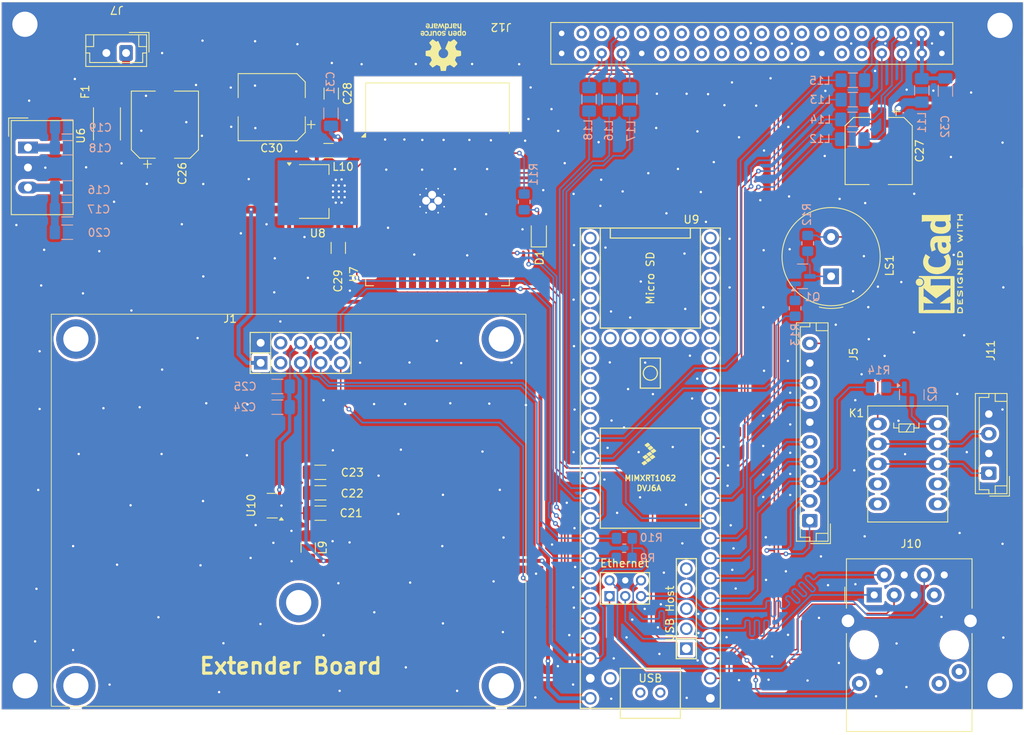
<source format=kicad_pcb>
(kicad_pcb (version 20240108) (generator "pcbnew") (generator_version "8.0")
  (layers (0 "F.Cu" signal) (31 "B.Cu" signal) (34 "B.Paste" user) (35 "F.Paste" user) (36 "B.SilkS" user "B.Silkscreen") (37 "F.SilkS" user "F.Silkscreen") (38 "B.Mask" user) (39 "F.Mask" user) (44 "Edge.Cuts" user))
  (net 0 "")
  (net 1 "CS0")
  (net 2 "+3.3V")
  (net 3 "INP_SEL")
  (net 4 "UI05")
  (net 5 "+5V")
  (net 6 "UI06")
  (net 7 "SWR-Alarm")
  (net 8 "UI03")
  (net 9 "UI04")
  (net 10 "2,6V REF")
  (net 11 "+12V")
  (net 15 "GNDD")
  (net 16 "TXD1")
  (net 17 "RXD1")
  (net 30 "Net-(U8-VO)")
  (net 31 "Net-(U7-VDD)")
  (net 32 "Net-(J12-Pin_3)")
  (net 35 "Net-(D1-A)")
  (net 50 "Net-(U10-Vin)")
  (net 53 "Net-(J7-Pin_1)")
  (net 64 "Net-(J10-RD-)")
  (net 72 "Net-(J10-RD+)")
  (net 76 "Net-(J12-Pin_33)")
  (net 80 "Net-(J10-TD-)")
  (net 81 "Net-(J10-TD+)")
  (net 85 "Net-(J12-Pin_7)")
  (net 86 "Piezo Alarm")
  (net 92 "Net-(U9-LED)")
  (net 96 "SCL0")
  (net 97 "SDA0")
  (net 98 "RA8875-5")
  (net 99 "RA8875-33")
  (net 100 "RA8875-7")
  (net 101 "RA8875-6")
  (net 102 "RA8875-34")
  (net 103 "RA8875-8")
  (net 104 "RA8875-35")
  (net 109 "Net-(J12-Pin_35)")
  (net 122 "Net-(J12-Pin_8)")
  (net 125 "Net-(J12-Pin_5)")
  (net 127 "Net-(J12-Pin_6)")
  (net 128 "Net-(J12-Pin_34)")
  (net 132 "Net-(J11-Pin_1)")
  (net 134 "Net-(Q2-C)")
  (net 136 "Net-(J11-Pin_3)")
  (net 137 "Net-(Q1-C)")
  (net 138 "Net-(Q1-B)")
  (net 139 "Net-(Q2-B)")
  (net 140 "Net-(U7-IO23)")
  (net 141 "IO0")
  (net 142 "ESP_EN")
  (net 143 "ESP_RXD5")
  (net 144 "ESP_TXD5")
  (net 145 "ESP_TXD1")
  (net 146 "ESP_RXD1")
  (net 147 "INP_SEL2")
  (net 148 "CS1")
  (footprint "Symbol:KiCad-Logo2_5mm_SilkScreen" (layer "F.Cu") (at 202.01 81.72 90)
    (property "Reference" "REF**" (hide yes))
    (property "Value" "KiCad-Logo2_5mm_SilkScreen" (hide yes))
  )
  (footprint "Inductor_SMD:L_1206_3216Metric_Pad1.42x1.75mm_HandSolder" (layer "F.Cu") (at 124.49 67.36 180)
    (property "Reference" "L10")
    (property "Value" "L")
  )
  (footprint "Connector_Samtec_HLE_THT:Samtec_HLE-120-02-xx-DV-TE_2x20_P2.54mm_Horizontal" (layer "F.Cu") (at 202.34 55.02 180)
    (property "Reference" "J12")
    (property "Value" "Conn_02x20_Odd_Even")
  )
  (footprint "RF_Module:ESP32-WROOM-32" (layer "F.Cu") (at 138.32 74.63)
    (property "Reference" "U7")
    (property "Value" "ESP32-WROOM-32")
  )
  (footprint "Capacitor_SMD:CP_Elec_8x11.9" (layer "F.Cu") (at 103.72 64.07 90)
    (property "Reference" "C26")
    (property "Value" "100uF")
  )
  (footprint "Capacitor_SMD:C_1206_3216Metric_Pad1.33x1.80mm_HandSolder" (layer "F.Cu") (at 123.4625 110.8 180)
    (property "Reference" "C22")
    (property "Value" "10n")
  )
  (footprint "Converter_DCDC:Converter_DCDC_TRACO_TSR-1_THT" (layer "F.Cu") (at 86.34 66.97 -90)
    (property "Reference" "U6")
    (property "Value" "TSR_1-24150")
  )
  (footprint "Connector_RJ:RJ45_Amphenol_RJMG1BD3B8K1ANR" (layer "F.Cu") (at 193.75 123.76)
    (property "Reference" "J10")
    (property "Value" "RJ45_Amphenol_RJMG1BD3B8K1ANR")
  )
  (footprint "Connector_JST:JST_EH_B2B-EH-A_1x02_P2.50mm_Vertical" (layer "F.Cu") (at 98.79 54.97 180)
    (property "Reference" "J7")
    (property "Value" "Conn_01x02_Socket")
  )
  (footprint "Capacitor_SMD:C_1206_3216Metric_Pad1.33x1.80mm_HandSolder" (layer "F.Cu") (at 123.45 108.2 180)
    (property "Reference" "C23")
    (property "Value" "1n")
  )
  (footprint "Buzzer_Beeper:Buzzer_TDK_PS1240P02BT_D12.2mm_H6.5mm" (layer "F.Cu") (at 188.28 83.320784 90)
    (property "Reference" "LS1")
    (property "Value" "Speaker_Crystal" (hide yes))
  )
  (footprint "Capacitor_SMD:C_1206_3216Metric_Pad1.33x1.80mm_HandSolder" (layer "F.Cu") (at 123.4625 113.375 180)
    (property "Reference" "C21")
    (property "Value" "10µF")
  )
  (footprint "Capacitor_SMD:C_1206_3216Metric_Pad1.33x1.80mm_HandSolder" (layer "F.Cu") (at 125.73 79.71 90)
    (property "Reference" "C29")
    (property "Value" "1n")
  )
  (footprint "Capacitor_SMD:CP_Elec_8x11.9" (layer "F.Cu") (at 194.32 67.41 -90)
    (property "Reference" "C27")
    (property "Value" "100uF")
  )
  (footprint "Symbol:OSHW-Logo_5.7x6mm_SilkScreen" (layer "F.Cu") (at 139.07 54.24 180)
    (property "Reference" "REF**" (hide yes))
    (property "Value" "OSHW-Logo_5.7x6mm_SilkScreen" (hide yes))
  )
  (footprint "Relay_THT:Relay_DPDT_FRT5" (layer "F.Cu") (at 194.195 102.055)
    (property "Reference" "K1")
    (property "Value" "FRT5")
  )
  (footprint "Connector_JST:JST_EH_B10B-EH-A_1x10_P2.50mm_Vertical" (layer "F.Cu") (at 185.58 114.33 90)
    (property "Reference" "J5")
    (property "Value" "Conn_01x10_Socket")
  )
  (footprint "Capacitor_SMD:CP_Elec_8x11.9" (layer "F.Cu") (at 117.28 61.85 180)
    (property "Reference" "C30")
    (property "Value" "100uF")
  )
  (footprint "LED_SMD:LED_0805_2012Metric" (layer "F.Cu") (at 151.18 77.9 90)
    (property "Reference" "D1")
    (property "Value" "LED")
  )
  (footprint "Fuse:Fuse_2512_6332Metric_Pad1.52x3.35mm_HandSolder" (layer "F.Cu") (at 96.365 63.97 -90)
    (property "Reference" "F1")
    (property "Value" "Polyfuse")
  )
  (footprint "Connector_JST:JST_EH_B4B-EH-A_1x04_P2.50mm_Vertical" (layer "F.Cu") (at 208.3 108.3 90)
    (property "Reference" "J11")
    (property "Value" "Conn_01x04_Socket")
  )
  (footprint "Capacitor_SMD:C_1206_3216Metric_Pad1.33x1.80mm_HandSolder" (layer "F.Cu") (at 124.83 60.13 -90)
    (property "Reference" "C28")
    (property "Value" "10n")
  )
  (footprint "Package_TO_SOT_SMD:SOT-223-3_TabPin2" (layer "F.Cu") (at 122.64 72.55)
    (property "Reference" "U8")
    (property "Value" "AMS1117-3.3")
  )
  (footprint "Package_TO_SOT_SMD:SOT-23" (layer "F.Cu") (at 117.3375 112.425 180)
    (property "Reference" "U10")
    (property "Value" "ISL60002DIH326Z")
  )
  (footprint "teensy.pretty-master:Teensy41" (layer "F.Cu") (at 165.335 107.67 90)
    (property "Reference" "U9")
    (property "Value" "Teensy4.1")
  )
  (footprint "Inductor_SMD:L_1206_3216Metric_Pad1.42x1.75mm_HandSolder" (layer "F.Cu") (at 121.9125 117.75 -90)
    (property "Reference" "L9")
    (property "Value" "L")
  )
  (footprint "Connector_PinHeader_2.54mm:PinHeader_2x05_P2.54mm_Vertical" (layer "F.Cu") (at 115.875 94.3 90)
    (property "Reference" "J1")
    (property "Value" "Conn_02x05_Odd_Even")
  )
  (footprint "Inductor_SMD:L_1206_3216Metric_Pad1.42x1.75mm_HandSolder" (layer "B.Cu") (at 160.12 60.87 -90)
    (property "Reference" "L16")
    (property "Value" "L")
  )
  (footprint "Resistor_SMD:R_0805_2012Metric_Pad1.20x1.40mm_HandSolder" (layer "B.Cu") (at 185.31 79.13 90)
    (property "Reference" "R12")
    (property "Value" "1k")
  )
  (footprint "Capacitor_SMD:C_1206_3216Metric_Pad1.33x1.80mm_HandSolder" (layer "B.Cu") (at 202.79 59.76 90)
    (property "Reference" "C32")
    (property "Value" "100n")
  )
  (footprint "Package_TO_SOT_SMD:SOT-23" (layer "B.Cu") (at 184.6475 83.32)
    (property "Reference" "Q1")
    (property "Value" "MMBT3904")
  )
  (footprint "Inductor_SMD:L_1206_3216Metric_Pad1.42x1.75mm_HandSolder" (layer "B.Cu") (at 157.56 60.85 -90)
    (property "Reference" "L18")
    (property "Value" "L")
  )
  (footprint "Capacitor_SMD:C_1206_3216Metric_Pad1.33x1.80mm_HandSolder" (layer "B.Cu") (at 91.34 64.345 180)
    (property "Reference" "C19")
    (property "Value" "1n")
  )
  (footprint "Resistor_SMD:R_0805_2012Metric_Pad1.20x1.40mm_HandSolder" (layer "B.Cu") (at 162.04 116.57)
    (property "Reference" "R10")
    (property "Value" "2k2")
  )
  (footprint "Capacitor_SMD:C_1206_3216Metric_Pad1.33x1.80mm_HandSolder" (layer "B.Cu") (at 124.8 62.65 -90)
    (property "Reference" "C31")
    (property "Value" "10n")
  )
  (footprint "Capacitor_SMD:C_1206_3216Metric_Pad1.33x1.80mm_HandSolder" (layer "B.Cu") (at 118 97.3)
    (property "Reference" "C25")
    (property "Value" "1n")
  )
  (footprint "Resistor_SMD:R_0805_2012Metric_Pad1.20x1.40mm_HandSolder" (layer "B.Cu") (at 149.32 73.87 90)
    (property "Reference" "R11")
    (property "Value" "1k")
  )
  (footprint "Capacitor_SMD:C_1206_3216Metric_Pad1.33x1.80mm_HandSolder" (layer "B.Cu") (at 118 99.925)
    (property "Reference" "C24")
    (property "Value" "10n")
  )
  (footprint "Inductor_SMD:L_1206_3216Metric_Pad1.42x1.75mm_HandSolder" (layer "B.Cu") (at 191 63.4 180)
    (property "Reference" "L14")
    (property "Value" "L")
  )
  (footprint "Capacitor_SMD:C_1206_3216Metric_Pad1.33x1.80mm_HandSolder" (layer "B.Cu") (at 91.315 77.72 180)
    (property "Reference" "C20")
    (property "Value" "10µF")
  )
  (footprint "Capacitor_SMD:C_1206_3216Metric_Pad1.33x1.80mm_HandSolder" (layer "B.Cu") (at 91.3275 72.095 180)
    (property "Reference" "C16")
    (property "Value" "1n")
  )
  (footprint "Package_TO_SOT_SMD:SOT-23" (layer "B.Cu") (at 198.52 98.3375 -90)
    (property "Reference" "Q2")
    (property "Value" "MMBT3904")
  )
  (footprint "Resistor_SMD:R_0805_2012Metric_Pad1.20x1.40mm_HandSolder" (layer "B.Cu") (at 194.3 97.41)
    (property "Reference" "R14")
    (property "Value" "4k7")
  )
  (footprint "Inductor_SMD:L_1206_3216Metric_Pad1.42x1.75mm_HandSolder" (layer "B.Cu") (at 191.04 60.89 180)
    (property "Reference" "L13")
    (property "Value" "L")
  )
  (footprint "Inductor_SMD:L_1206_3216Metric_Pad1.42x1.75mm_HandSolder" (layer "B.Cu") (at 199.79 59.72 -90)
    (property "Reference" "L11")
    (property "Value" "L")
  )
  (footprint "Resistor_SMD:R_0805_2012Metric_Pad1.20x1.40mm_HandSolder" (layer "B.Cu") (at 183.71 87.38 90)
    (property "Reference" "R13")
    (property "Value" "10k")
  )
  (footprint "Capacitor_SMD:C_1206_3216Metric_Pad1.33x1.80mm_HandSolder" (layer "B.Cu") (at 91.315 74.87 180)
    (property "Reference" "C17")
    (property "Value" "10n")
  )
  (footprint "Resistor_SMD:R_0805_2012Metric_Pad1.20x1.40mm_HandSolder" (layer "B.Cu") (at 162.015 119.095)
    (property "Reference" "R9")
    (property "Value" "2k2")
  )
  (footprint "Inductor_SMD:L_1206_3216Metric_Pad1.42x1.75mm_HandSolder" (layer "B.Cu") (at 191.04 58.43 180)
    (property "Reference" "L15")
    (property "Value" "L")
  )
  (footprint "Capacitor_SMD:C_1206_3216Metric_Pad1.33x1.80mm_HandSolder" (layer "B.Cu") (at 91.315 66.995 180)
    (property "Reference" "C18")
    (property "Value" "10n")
  )
  (footprint "Inductor_SMD:L_1206_3216Metric_Pad1.42x1.75mm_HandSolder" (layer "B.Cu") (at 162.71 60.87 -90)
    (property "Reference" "L17")
    (property "Value" "L")
  )
  (footprint "Inductor_SMD:L_1206_3216Metric_Pad1.42x1.75mm_HandSolder" (layer "B.Cu") (at 190.98 65.9 180)
    (property "Reference" "L12")
    (property "Value" "L")
  )
  (gr_rect (start 118.12 68.7) (end 128.12 76.72) (stroke (width 0.2)) (fill solid) (layer "B.Cu") (net 30))
  (gr_rect (start 89.3 88.13) (end 149.54 137.89) (stroke (width 0.1)) (fill none) (layer "F.SilkS"))
  (gr_line (start 117.15 90.45) (end 117.175 90.45) (stroke (width 0.1)) (layer "F.SilkS"))
  (gr_line (start 114.55 93.05) (end 117.15 93.05) (stroke (width 0.1)) (layer "F.SilkS"))
  (gr_line (start 114.55 90.45) (end 115.875 90.45) (stroke (width 0.1)) (layer "F.SilkS"))
  (gr_line (start 114.55 95.65) (end 114.55 93.05) (stroke (width 0.1)) (layer "F.SilkS"))
  (gr_line (start 117.15 93.05) (end 117.15 90.45) (stroke (width 0.1)) (layer "F.SilkS"))
  (gr_line (start 127.35 90.45) (end 127.35 95.65) (stroke (width 0.1)) (layer "F.SilkS"))
  (gr_line (start 127.35 95.65) (end 114.55 95.65) (stroke (width 0.1)) (layer "F.SilkS"))
  (gr_line (start 114.55 91.775) (end 114.55 90.45) (stroke (width 0.1)) (layer "F.SilkS"))
  (gr_line (start 117.175 90.45) (end 127.35 90.45) (stroke (width 0.1)) (layer "F.SilkS"))
  (gr_rect (start 82.99 48.52) (end 212.64 138.295) (stroke (width 0.05)) (fill none) (layer "Edge.Cuts"))
  (gr_rect (start 127.74 57.945) (end 149.015 64.97) (stroke (width 0.05)) (fill none) (layer "Edge.Cuts"))
  (gr_text "DJ1YR" (at 212.365 79.445 90) (layer "F.Cu") (effects (font (size 1.5 1.5) (thickness 0.3) (bold yes)) (justify left bottom)))
  (gr_text "REV 3.1" (at 83.165 88.645 270) (layer "F.Cu") (effects (font (size 1.3 1.3) (thickness 0.3) (bold yes)) (justify left bottom)))
  (gr_text "Extender Board" (at 107.91 133.95 0) (layer "F.SilkS") (effects (font (size 2 2) (thickness 0.4) (bold yes)) (justify left bottom)))
  (via (at 146.425 91.275) (size 5) (drill 3.2) (layers "F.Cu" "B.Cu") (net 0))
  (via (at 146.425 135.275) (size 5) (drill 3.2) (layers "F.Cu" "B.Cu") (net 0))
  (via (at 120.699999 124.733068) (size 5) (drill 3.2) (layers "F.Cu" "B.Cu") (net 0))
  (via (at 92.425 135.275) (size 5) (drill 3.2) (layers "F.Cu" "B.Cu") (net 0))
  (via (at 92.425 91.275) (size 5) (drill 3.2) (layers "F.Cu" "B.Cu") (net 0))
  (segment (start 151.5975 119.4325) (end 123.85 119.4325) (width 0.5) (layer "F.Cu") (net 2))
  (segment (start 123.85 119.4325) (end 122.1075 119.4325) (width 0.5) (layer "F.Cu") (net 2))
  (segment (start 122.1075 119.4325) (end 121.9125 119.2375) (width 0.5) (layer "F.Cu") (net 2))
  (via (at 151.5975 119.4325) (size 0.6) (drill 0.3) (layers "F.Cu" "B.Cu") (net 2))
  (via (at 123.85 119.4325) (size 0.6) (drill 0.3) (layers "F.Cu" "B.Cu") (net 2))
  (segment (start 152.695 120.53) (end 152.695 127.675) (width 0.5) (layer "B.Cu") (net 2))
  (segment (start 159.315 125.42) (end 158.99 125.095) (width 0.2) (layer "B.Cu") (net 2))
  (segment (start 120.955 94.3) (end 120.955 95.63) (width 0.4) (layer "B.Cu") (net 2))
  (segment (start 159.465 120.495) (end 164.19 120.495) (width 0.2) (layer "B.Cu") (net 2))
  (segment (start 152.695 129.775) (end 152.695 127.675) (width 0.5) (layer "B.Cu") (net 2))
  (segment (start 154.72 131.8) (end 152.695 129.775) (width 0.5) (layer "B.Cu") (net 2))
  (segment (start 164.24 117.82) (end 163.065 117.82) (width 0.2) (layer "B.Cu") (net 2))
  (segment (start 120.955 95.63) (end 121.625 96.3) (width 0.4) (layer "B.Cu") (net 2))
  (segment (start 158.81 131.8) (end 159.315 131.295) (width 0.2) (layer "B.Cu") (net 2))
  (segment (start 157.715 131.8) (end 158.81 131.8) (width 0.2) (layer "B.Cu") (net 2))
  (segment (start 158.99 125.095) (end 158.99 120.97) (width 0.2) (layer "B.Cu") (net 2))
  (segment (start 163.04 119.07) (end 163.015 119.095) (width 0.2) (layer "B.Cu") (net 2))
  (segment (start 164.565 120.12) (end 164.565 118.145) (width 0.2) (layer "B.Cu") (net 2))
  (segment (start 121.625 117.175) (end 123.9 119.45) (width 0.4) (layer "B.Cu") (net 2))
  (segment (start 164.19 120.495) (end 164.565 120.12) (width 0.2) (layer "B.Cu") (net 2))
  (segment (start 159.315 131.295) (end 159.315 125.42) (width 0.2) (layer "B.Cu") (net 2))
  (segment (start 121.625 96.3) (end 121.625 117.175) (width 0.4) (layer "B.Cu") (net 2))
  (segment (start 158.99 120.97) (end 159.465 120.495) (width 0.2) (layer "B.Cu") (net 2))
  (segment (start 163.04 116.57) (end 163.04 117.77) (width 0.2) (layer "B.Cu") (net 2))
  (segment (start 164.565 118.145) (end 164.24 117.82) (width 0.2) (layer "B.Cu") (net 2))
  (segment (start 151.5975 119.4325) (end 152.695 120.53) (width 0.5) (layer "B.Cu") (net 2))
  (segment (start 157.715 131.8) (end 154.72 131.8) (width 0.5) (layer "B.Cu") (net 2))
  (segment (start 163.04 117.77) (end 163.04 119.07) (width 0.2) (layer "B.Cu") (net 2))
  (segment (start 154.605 108.93) (end 153.35 107.675) (width 0.2) (layer "F.Cu") (net 3))
  (segment (start 151.5 84.9) (end 148.85 84.9) (width 0.2) (layer "F.Cu") (net 3))
  (segment (start 153.35 107.675) (end 153.35 86.75) (width 0.2) (layer "F.Cu") (net 3))
  (segment (start 157.695 108.93) (end 154.605 108.93) (width 0.2) (layer "F.Cu") (net 3))
  (segment (start 153.35 86.75) (end 151.5 84.9) (width 0.2) (layer "F.Cu") (net 3))
  (via (at 148.85 84.9) (size 0.6) (drill 0.3) (layers "F.Cu" "B.Cu") (net 3))
  (segment (start 126.025 91.75) (end 126.035 91.76) (width 0.2) (layer "B.Cu") (net 3))
  (segment (start 148.85 84.9) (end 129.3 84.9) (width 0.2) (layer "B.Cu") (net 3))
  (segment (start 129.3 84.9) (end 126.025 88.175) (width 0.2) (layer "B.Cu") (net 3))
  (segment (start 126.025 88.175) (end 126.025 91.75) (width 0.2) (layer "B.Cu") (net 3))
  (segment (start 182.665 99.345) (end 185.54 99.345) (width 0.2) (layer "B.Cu") (net 4))
  (segment (start 176.36 116.55) (end 177.59 115.32) (width 0.2) (layer "B.Cu") (net 4))
  (segment (start 177.59 115.32) (end 177.59 104.42) (width 0.2) (layer "B.Cu") (net 4))
  (segment (start 172.935 116.55) (end 176.36 116.55) (width 0.2) (layer "B.Cu") (net 4))
  (segment (start 177.59 104.42) (end 182.665 99.345) (width 0.2) (layer "B.Cu") (net 4))
  (segment (start 185.58 91.83) (end 188.7 91.83) (width 0.2) (layer "F.Cu") (net 5))
  (segment (start 205.03 51.310484) (end 205.03 58.41) (width 1) (layer "F.Cu") (net 5))
  (segment (start 194.32 63.935) (end 195.865 63.935) (width 1) (layer "F.Cu") (net 5))
  (segment (start 194.135 93.33) (end 194.195 93.39) (width 0.2) (layer "F.Cu") (net 5))
  (segment (start 117.25 51.89) (end 119.06 50.08) (width 1) (layer "F.Cu") (net 5))
  (segment (start 151.38 118.154339) (end 151.38 87.71) (width 0.5) (layer "F.Cu") (net 5))
  (segment (start 150.22 86.55) (end 122.379339 86.55) (width 0.5) (layer "F.Cu") (net 5))
  (segment (start 152.35 125.33) (end 152.3475 125.3275) (width 0.5) (layer "F.Cu") (net 5))
  (segment (start 188.28 78.320784) (end 191.270784 78.320784) (width 0.2) (layer "F.Cu") (net 5))
  (segment (start 191.28 78.33) (end 191.28 65.55) (width 0.2) (layer "F.Cu") (net 5))
  (segment (start 119.49 74.85) (end 116.66 74.85) (width 1) (layer "F.Cu") (net 5))
  (segment (start 190.2 93.33) (end 194.135 93.33) (width 0.2) (layer "F.Cu") (net 5))
  (segment (start 152.3475 119.121839) (end 151.38 118.154339) (width 0.5) (layer "F.Cu") (net 5))
  (segment (start 194.195 93.39) (end 194.195 86.715) (width 0.2) (layer "F.Cu") (net 5))
  (segment (start 119.06 50.08) (end 203.799516 50.08) (width 1) (layer "F.Cu") (net 5))
  (segment (start 117.25 55.735786) (end 117.25 51.89) (width 1) (layer "F.Cu") (net 5))
  (segment (start 191.28 83.8) (end 191.28 78.33) (width 0.2) (layer "F.Cu") (net 5))
  (segment (start 117.24 55.745786) (end 117.25 55.735786) (width 1) (layer "F.Cu") (net 5))
  (segment (start 101.585 74.85) (end 98.785 72.05) (width 1) (layer "F.Cu") (net 5))
  (segment (start 192.895 63.935) (end 194.32 63.935) (width 0.2) (layer "F.Cu") (net 5))
  (segment (start 122.379339 86.55) (end 119.49 83.660661) (width 0.5) (layer "F.Cu") (net 5))
  (segment (start 151.38 87.71) (end 150.22 86.55) (width 0.5) (layer "F.Cu") (net 5))
  (segment (start 188.7 91.83) (end 190.2 93.33) (width 0.2) (layer "F.Cu") (net 5))
  (segment (start 116.66 74.85) (end 101.585 74.85) (width 1) (layer "F.Cu") (net 5))
  (segment (start 117.24 64.54) (end 117.24 55.745786) (width 1) (layer "F.Cu") (net 5))
  (segment (start 194.195 86.715) (end 191.28 83.8) (width 0.2) (layer "F.Cu") (net 5))
  (segment (start 195.865 63.935) (end 196.86 62.94) (width 1) (layer "F.Cu") (net 5))
  (segment (start 116.66 65.12) (end 117.24 64.54) (width 1) (layer "F.Cu") (net 5))
  (segment (start 203.799516 50.08) (end 205.03 51.310484) (width 1) (layer "F.Cu") (net 5))
  (segment (start 196.86 62.94) (end 196.86 61.99) (width 1) (layer "F.Cu") (net 5))
  (segment (start 116.66 74.85) (end 116.66 65.12) (width 1) (layer "F.Cu") (net 5))
  (segment (start 201.45 61.99) (end 196.86 61.99) (width 1) (layer "F.Cu") (net 5))
  (segment (start 191.270784 78.320784) (end 191.28 78.33) (width 0.2) (layer "F.Cu") (net 5))
  (segment (start 194.195 102.055) (end 194.195 93.39) (width 0.2) (layer "F.Cu") (net 5))
  (segment (start 152.3475 125.3275) (end 152.3475 119.121839) (width 0.5) (layer "F.Cu") (net 5))
  (segment (start 119.49 83.660661) (end 119.49 74.85) (width 0.5) (layer "F.Cu") (net 5))
  (segment (start 205.03 58.41) (end 201.45 61.99) (width 1) (layer "F.Cu") (net 5))
  (segment (start 86.34 72.05) (end 98.785 72.05) (width 1) (layer "F.Cu") (net 5))
  (segment (start 191.28 65.55) (end 192.895 63.935) (width 0.2) (layer "F.Cu") (net 5))
  (segment (start 152.35 132.15) (end 152.35 125.33) (width 0.5) (layer "F.Cu") (net 5))
  (via (at 152.35 132.15) (size 0.6) (drill 0.3) (layers "F.Cu" "B.Cu") (net 5))
  (via (at 196.86 61.99) (size 1) (drill 0.6) (layers "F.Cu" "B.Cu") (net 5))
  (via (at 114.66 74.85) (size 0.6) (drill 0.3) (layers "F.Cu" "B.Cu") (net 5))
  (segment (start 152.35 132.15) (end 152.35 135.455) (width 0.5) (layer "B.Cu") (net 5))
  (segment (start 186.49 78.13) (end 185.31 78.13) (width 0.2) (layer "B.Cu") (net 5))
  (segment (start 186.680784 78.320784) (end 186.49 78.13) (width 0.2) (layer "B.Cu") (net 5))
  (segment (start 199.79 61.2075) (end 197.6425 61.2075) (width 1) (layer "B.Cu") (net 5))
  (segment (start 114.18 94.3) (end 115.875 94.3) (width 0.5) (layer "B.Cu") (net 5))
  (segment (start 188.28 78.320784) (end 186.680784 78.320784) (width 0.2) (layer "B.Cu") (net 5))
  (segment (start 89.765 72.095) (end 86.385 72.095) (width 1) (layer "B.Cu") (net 5))
  (segment (start 197.6425 61.2075) (end 196.86 61.99) (width 1) (layer "B.Cu") (net 5))
  (segment (start 152.35 135.455) (end 153.775 136.88) (width 0.5) (layer "B.Cu") (net 5))
  (segment (start 113.08 93.2) (end 114.18 94.3) (width 0.5) (layer "B.Cu") (net 5))
  (segment (start 89.7525 72.1075) (end 89.765 72.095) (width 1) (layer "B.Cu") (net 5))
  (segment (start 113.08 89.68) (end 113.08 93.2) (width 0.5) (layer "B.Cu") (net 5))
  (segment (start 86.385 72.095) (end 86.34 72.05) (width 1) (layer "B.Cu") (net 5))
  (segment (start 114.66 88.1) (end 113.08 89.68) (width 0.5) (layer "B.Cu") (net 5))
  (segment (start 114.66 74.85) (end 114.66 88.1) (width 0.5) (layer "B.Cu") (net 5))
  (segment (start 153.775 136.88) (end 157.715 136.88) (width 0.5) (layer "B.Cu") (net 5))
  (segment (start 89.7525 74.87) (end 89.7525 77.72) (width 1) (layer "B.Cu") (net 5))
  (segment (start 89.7525 74.87) (end 89.7525 72.1075) (width 1) (layer "B.Cu") (net 5))
  (segment (start 177.14 102.22) (end 182.515 96.845) (width 0.2) (layer "B.Cu") (net 6))
  (segment (start 182.515 96.845) (end 185.54 96.845) (width 0.2) (layer "B.Cu") (net 6))
  (segment (start 177.14 110.045) (end 177.14 102.22) (width 0.2) (layer "B.Cu") (net 6))
  (segment (start 175.705 111.48) (end 177.14 110.045) (width 0.2) (layer "B.Cu") (net 6))
  (segment (start 172.955 111.48) (end 175.705 111.48) (width 0.2) (layer "B.Cu") (net 6))
  (segment (start 187.465 109.345) (end 185.54 109.345) (width 0.2) (layer "B.Cu") (net 7))
  (segment (start 189.06 98.98) (end 189.06 107.75) (width 0.2) (layer "B.Cu") (net 7))
  (segment (start 190.63 97.41) (end 189.06 98.98) (width 0.2) (layer "B.Cu") (net 7))
  (segment (start 178.965 123.195) (end 178.965 113.37) (width 0.2) (layer "B.Cu") (net 7))
  (segment (start 178.965 113.37) (end 182.99 109.345) (width 0.2) (layer "B.Cu") (net 7))
  (segment (start 182.99 109.345) (end 185.54 109.345) (width 0.2) (layer "B.Cu") (net 7))
  (segment (start 172.955 124.18) (end 177.98 124.18) (width 0.2) (layer "B.Cu") (net 7))
  (segment (start 193.3 97.41) (end 190.63 97.41) (width 0.2) (layer "B.Cu") (net 7))
  (segment (start 177.98 124.18) (end 178.965 123.195) (width 0.2) (layer "B.Cu") (net 7))
  (segment (start 189.06 107.75) (end 187.465 109.345) (width 0.2) (layer "B.Cu") (net 7))
  (segment (start 178.465 111.195) (end 182.815 106.845) (width 0.2) (layer "B.Cu") (net 8))
  (segment (start 178.465 120.495) (end 178.465 111.195) (width 0.2) (layer "B.Cu") (net 8))
  (segment (start 177.33 121.63) (end 178.465 120.495) (width 0.2) (layer "B.Cu") (net 8))
  (segment (start 172.935 121.63) (end 177.33 121.63) (width 0.2) (layer "B.Cu") (net 8))
  (segment (start 182.815 106.845) (end 185.54 106.845) (width 0.2) (layer "B.Cu") (net 8))
  (segment (start 178.04 117.895) (end 178.04 108.945) (width 0.2) (layer "B.Cu") (net 9))
  (segment (start 178.04 108.945) (end 182.64 104.345) (width 0.2) (layer "B.Cu") (net 9))
  (segment (start 182.64 104.345) (end 185.54 104.345) (width 0.2) (layer "B.Cu") (net 9))
  (segment (start 172.955 119.1) (end 176.835 119.1) (width 0.2) (layer "B.Cu") (net 9))
  (segment (start 176.835 119.1) (end 178.04 117.895) (width 0.2) (layer "B.Cu") (net 9))
  (segment (start 118.2625 110.4) (end 118.275 110.4125) (width 0.2) (layer "F.Cu") (net 10))
  (segment (start 118.275 111.475) (end 118.275 110.4125) (width 0.4) (layer "F.Cu") (net 10))
  (via (at 118.2625 110.4) (size 0.6) (drill 0.3) (layers "F.Cu" "B.Cu") (net 10))
  (segment (start 119.6 93.115) (end 120.955 91.76) (width 0.2) (layer "B.Cu") (net 10))
  (segment (start 119.6 97.2125) (end 119.6 93.115) (width 0.2) (layer "B.Cu") (net 10))
  (segment (start 118.2625 104.2625) (end 119.55 102.975) (width 0.4) (layer "B.Cu") (net 10))
  (segment (start 119.5125 97.3) (end 119.6 97.2125) (width 0.2) (layer "B.Cu") (net 10))
  (segment (start 118.2625 110.4) (end 118.2625 104.2625) (width 0.4) (layer "B.Cu") (net 10))
  (segment (start 119.55 102.975) (end 119.55 99.9375) (width 0.4) (layer "B.Cu") (net 10))
  (segment (start 119.55 99.9375) (end 119.5625 99.925) (width 0.2) (layer "B.Cu") (net 10))
  (segment (start 119.5125 99.925) (end 119.5125 97.3) (width 0.5) (layer "B.Cu") (net 10))
  (segment (start 96.365 66.9575) (end 103.1325 66.9575) (width 1) (layer "F.Cu") (net 11))
  (segment (start 86.34 66.97) (end 96.3525 66.97) (width 1) (layer "F.Cu") (net 11))
  (segment (start 96.3525 66.97) (end 96.365 66.9575) (width 1) (layer "F.Cu") (net 11))
  (segment (start 103.1325 66.9575) (end 103.72 67.545) (width 1) (layer "F.Cu") (net 11))
  (segment (start 89.7775 64.345) (end 89.7775 66.97) (width 1) (layer "B.Cu") (net 11))
  (segment (start 86.365 66.995) (end 86.34 66.97) (width 1) (layer "B.Cu") (net 11))
  (segment (start 89.7525 66.995) (end 86.365 66.995) (width 1) (layer "B.Cu") (net 11))
  (segment (start 89.7775 66.97) (end 89.7525 66.995) (width 1) (layer "B.Cu") (net 11))
  (via (at 202.29 126.545) (size 0.6) (drill 0.3) (layers "F.Cu" "B.Cu") (net 15))
  (via (at 160.37 136.93) (size 0.6) (drill 0.3) (layers "F.Cu" "B.Cu") (net 15))
  (via (at 134.12 65.955) (size 0.6) (drill 0.3) (layers "F.Cu" "B.Cu") (net 15))
  (via (at 171.34 132.07) (size 0.6) (drill 0.3) (layers "F.Cu" "B.Cu") (net 15))
  (via (at 174.64 104.97) (size 0.6) (drill 0.3) (layers "F.Cu" "B.Cu") (net 15))
  (via (at 182.795 94.055) (size 0.6) (drill 0.3) (layers "F.Cu" "B.Cu") (net 15))
  (via (at 87.82 100.155) (size 0.6) (drill 0.3) (layers "F.Cu" "B.Cu") (net 15))
  (via (at 162.51 97.63) (size 0.6) (drill 0.3) (layers "F.Cu" "B.Cu") (net 15))
  (via (at 174.74 61.595) (size 0.6) (drill 0.3) (layers "F.Cu" "B.Cu") (net 15))
  (via (at 139.945 99.43) (size 0.6) (drill 0.3) (layers "F.Cu" "B.Cu") (net 15))
  (via (at 135.565 56.37) (size 0.6) (drill 0.3) (layers "F.Cu" "B.Cu") (net 15))
  (via (at 180.79 131.57) (size 0.6) (drill 0.3) (layers "F.Cu" "B.Cu") (net 15))
  (via (at 192.44 80.76) (size 0.6) (drill 0.3) (layers "F.Cu" "B.Cu") (net 15))
  (via (at 97.65 119.92) (size 0.6) (drill 0.3) (layers "F.Cu" "B.Cu") (net 15))
  (via (at 192.15 95.75) (size 0.6) (drill 0.3) (layers "F.Cu" "B.Cu") (net 15))
  (via (at 170.64 98.82) (size 0.6) (drill 0.3) (layers "F.Cu" "B.Cu") (net 15))
  (via (at 149.545 99.655) (size 0.6) (drill 0.3) (layers "F.Cu" "B.Cu") (net 15))
  (via (at 168.84 69.69) (size 0.6) (drill 0.3) (layers "F.Cu" "B.Cu") (net 15))
  (via (at 139.01 111.05) (size 0.6) (drill 0.3) (layers "F.Cu" "B.Cu") (net 15))
  (via (at 149.865 63.355) (size 0.6) (drill 0.3) (layers "F.Cu" "B.Cu") (net 15))
  (via (at 180.02 121.85) (size 0.6) (drill 0.3) (layers "F.Cu" "B.Cu") (net 15))
  (via (at 161.82 72.54) (size 0.6) (drill 0.3) (layers "F.Cu" "B.Cu") (net 15))
  (via (at 168.22 128.41) (size 0.6) (drill 0.3) (layers "F.Cu" "B.Cu") (net 15))
  (via (at 110.6 136.09) (size 0.6) (drill 0.3) (layers "F.Cu" "B.Cu") (net 15))
  (via (at 210.04 66.345) (size 0.6) (drill 0.3) (layers "F.Cu" "B.Cu") (net 15))
  (via (at 152.79 62.095) (size 0.6) (drill 0.3) (layers "F.Cu" "B.Cu") (net 15))
  (via (at 172.395 76.405) (size 0.6) (drill 0.3) (layers "F.Cu" "B.Cu") (net 15))
  (via (at 127.2 85.14) (size 0.6) (drill 0.3) (layers "F.Cu" "B.Cu") (net 15))
  (via (at 201.26 59.75) (size 0.6) (drill 0.3) (layers "F.Cu" "B.Cu") (net 15))
  (via (at 96.7 135.14) (size 0.6) (drill 0.3) (layers "F.Cu" "B.Cu") (net 15))
  (via (at 148.69 56.395) (size 0.6) (drill 0.3) (layers "F.Cu" "B.Cu") (net 15))
  (via (at 176.59 134.57) (size 0.6) (drill 0.3) (layers "F.Cu" "B.Cu") (net 15))
  (via (at 166.49 131.245) (size 0.6) (drill 0.3) (layers "F.Cu" "B.Cu") (net 15))
  (via (at 161.12 113.34) (size 0.6) (drill 0.3) (layers "F.Cu" "B.Cu") (net 15))
  (via (at 176.165 122.945) (size 0.6) (drill 0.3) (layers "F.Cu" "B.Cu") (net 15))
  (via (at 175.015 129.12) (size 0.6) (drill 0.3) (layers "F.Cu" "B.Cu") (net 15))
  (via (at 171.74 72.62) (size 0.6) (drill 0.3) (layers "F.Cu" "B.Cu") (net 15))
  (via (at 92.78 105.87) (size 0.6) (drill 0.3) (layers "F.Cu" "B.Cu") (net 15))
  (via (at 155.72 100.23) (size 0.6) (drill 0.3) (layers "F.Cu" "B.Cu") (net 15))
  (via (at 85.955 51.325) (size 5) (drill 3.2) (layers "F.Cu" "B.Cu") (net 15))
  (via (at 169.85 112.31) (size 0.6) (drill 0.3) (layers "F.Cu" "B.Cu") (net 15))
  (via (at 164.62 125.53) (size 0.6) (drill 0.3) (layers "F.Cu" "B.Cu") (net 15))
  (via (at 201.09 53.76) (size 0.6) (drill 0.3) (layers "F.Cu" "B.Cu") (net 15))
  (via (at 135.37 80.555) (size 0.6) (drill 0.3) (layers "F.Cu" "B.Cu") (net 15))
  (via (at 130.3 125.96) (size 0.6) (drill 0.3) (layers "F.Cu" "B.Cu") (net 15))
  (via (at 160.19 94.24) (size 0.6) (drill 0.3) (layers "F.Cu" "B.Cu") (net 15))
  (via (at 146.7 116.47) (size 0.6) (drill 0.3) (layers "F.Cu" "B.Cu") (net 15))
  (via (at 128.69 56.395) (size 0.6) (drill 0.3) (layers "F.Cu" "B.Cu") (net 15))
  (via (at 118.375 89.05) (size 0.6) (drill 0.3) (layers "F.Cu" "B.Cu") (net 15))
  (via (at 134.77 94.255) (size 0.6) (drill 0.3) (layers "F.Cu" "B.Cu") (net 15))
  (via (at 136.395 66.005) (size 0.6) (drill 0.3) (layers "F.Cu" "B.Cu") (net 15))
  (via (at 99.37 112.38) (size 0.6) (drill 0.3) (layers "F.Cu" "B.Cu") (net 15))
  (via (at 155.595 86.28) (size 0.6) (drill 0.3) (layers "F.Cu" "B.Cu") (net 15))
  (via (at 209.715 135.245) (size 5) (drill 3.2) (layers "F.Cu" "B.Cu") (net 15))
  (via (at 193.99 136.62) (size 0.6) (drill 0.3) (layers "F.Cu" "B.Cu") (net 15))
  (via (at 203.49 68.17) (size 0.6) (drill 0.3) (layers "F.Cu" "B.Cu") (net 15))
  (via (at 191.35 99.04) (size 0.6) (drill 0.3) (layers "F.Cu" "B.Cu") (net 15))
  (via (at 99.47 87.655) (size 0.6) (drill 0.3) (layers "F.Cu" "B.Cu") (net 15))
  (via (at 123.86 99.04) (size 0.6) (drill 0.3) (layers "F.Cu" "B.Cu") (net 15))
  (via (at 87.245 129.655) (size 0.6) (drill 0.3) (layers "F.Cu" "B.Cu") (net 15))
  (via (at 105.87 76.705) (size 0.6) (drill 0.3) (layers "F.Cu" "B.Cu") (net 15))
  (via (at 115.16 59.11) (size 0.6) (drill 0.3) (layers "F.Cu" "B.Cu") (net 15))
  (via (at 160.345 87.78) (size 0.6) (drill 0.3) (layers "F.Cu" "B.Cu") (net 15))
  (via (at 178.09 53.73) (size 0.6) (drill 0.3) (layers "F.Cu" "B.Cu") (net 15))
  (via (at 169.67 80.43) (size 0.6) (drill 0.3) (layers "F.Cu" "B.Cu") (net 15))
  (via (at 144.03 105.56) (size 0.6) (drill 0.3) (layers "F.Cu" "B.Cu") (net 15))
  (via (at 185.29 134.62) (size 0.6) (drill 0.3) (layers "F.Cu" "B.Cu") (net 15))
  (via (at 87.42 122.98) (size 0.6) (drill 0.3) (layers "F.Cu" "B.Cu") (net 15))
  (via (at 112.08 59.36) (size 0.6) (drill 0.3) (layers "F.Cu" "B.Cu") (net 15))
  (via (at 87.645 110.43) (size 0.6) (drill 0.3) (layers "F.Cu" "B.Cu") (net 15))
  (via (at 108.97 99.43) (size 0.6) (drill 0.3) (layers "F.Cu" "B.Cu") (net 15))
  (via (at 195.17 53.76) (size 0.6) (drill 0.3) (layers "F.Cu" "B.Cu") (net 15))
  (via (at 171.44 128.595) (size 0.6) (drill 0.3) (layers "F.Cu" "B.Cu") (net 15))
  (via (at 204.59 115.895) (size 0.6) (drill 0.3) (layers "F.Cu" "B.Cu") (net 15))
  (via (at 155.595 105.63) (size 0.6) (drill 0.3) (layers "F.Cu" "B.Cu") (net 15))
  (via (at 175.54 114.92) (size 0.6) (drill 0.3) (layers "F.Cu" "B.Cu") (net 15))
  (via (at 142.715 56.37) (size 0.6) (drill 0.3) (layers "F.Cu" "B.Cu") (net 15))
  (via (at 119.805 119.485) (size 0.6) (drill 0.3) (layers "F.Cu" "B.Cu") (net 15))
  (via (at 149.445 66.105) (size 0.6) (drill 0.3) (layers "F.Cu" "B.Cu") (net 15))
  (via (at 186.74 126.67) (size 0.6) (drill 0.3) (layers "F.Cu" "B.Cu") (net 15))
  (via (at 112.14 64.34) (size 0.6) (drill 0.3) (layers "F.Cu" "B.Cu") (net 15))
  (via (at 144.895 99.48) (size 0.6) (drill 0.3) (layers "F.Cu" "B.Cu") (net 15))
  (via (at 139.01 127.37) (size 0.6) (drill 0.3) (layers "F.Cu" "B.Cu") (net 15))
  (via (at 88.545 69.53) (size 0.6) (drill 0.3) (layers "F.Cu" "B.Cu") (net 15))
  (via (at 125.04 105.4) (size 0.6) (drill 0.3) (layers "F.Cu" "B.Cu") (net 15))
  (via (at 140.545 69.705) (size 0.6) (drill 0.3) (layers "F.Cu" "B.Cu") (net 15))
  (via (at 198.83 72.84) (size 0.6) (drill 0.3) (layers "F.Cu" "B.Cu") (net 15))
  (via (at 106.44 63.75) (size 0.6) (drill 0.3) (layers "F.Cu" "B.Cu") (net 15))
  (via (at 175.14 109.895) (size 0.6) (drill 0.3) (layers "F.Cu" "B.Cu") (net 15))
  (via (at 115.24 114.895) (size 0.6) (drill 0.3) (layers "F.Cu" "B.Cu") (net 15))
  (via (at 162 102.51) (size 0.6) (drill 0.3) (layers "F.Cu" "B.Cu") (net 15))
  (via (at 179.99 116.445) (size 0.6) (drill 0.3) (layers "F.Cu" "B.Cu") (net 15))
  (via (at 108.495 53.405) (size 0.6) (drill 0.3) (layers "F.Cu" "B.Cu") (net 15))
  (via (at 108.595 83.33) (size 0.6) (drill 0.3) (layers "F.Cu" "B.Cu") (net 15))
  (via (at 159.51 109.11) (size 0.6) (drill 0.3) (layers "F.Cu" "B.Cu") (net 15))
  (via (at 108.42 65.48) (size 0.6) (drill 0.3) (layers "F.Cu" "B.Cu") (net 15))
  (via (at 153.6 132.8) (size 0.6) (drill 0.3) (layers "F.Cu" "B.Cu") (net 15))
  (via (at 100.52 99.93) (size 0.6) (drill 0.3) (layers "F.Cu" "B.Cu") (net 15))
  (via (at 142.37 66.005) (size 0.6) (drill 0.3) (layers "F.Cu" "B.Cu") (net 15))
  (via (at 127.16 117.09) (size 0.6) (drill 0.3) (layers "F.Cu" "B.Cu") (net 15))
  (via (at 144.62 69.705) (size 0.6) (drill 0.3) (layers "F.Cu" "B.Cu") (net 15))
  (via (at 150.83 121.06) (size 0.6) (drill 0.3) (layers "F.Cu" "B.Cu") (net 15))
  (via (at 164.12 83.98) (size 0.6) (drill 0.3) (layers "F.Cu" "B.Cu") (net 15))
  (via (at 205.5 105.63) (size 0.6) (drill 0.3) (layers "F.Cu" "B.Cu") (net 15))
  (via (at 167.05 120.93) (size 0.6) (drill 0.3) (layers "F.Cu" "B.Cu") (net 15))
  (via (at 125.005 116.935) (size 0.6) (drill 0.3) (layers "F.Cu" "B.Cu") (net 15))
  (via (at 190.83 53.77) (size 0.6) (drill 0.3) (layers "F.Cu" "B.Cu") (net 15))
  (via (at 206.05 59.99) (size 0.6) (drill 0.3) (layers "F.Cu" "B.Cu") (net 15))
  (via (at 84.87 76.805) (size 0.6) (drill 0.3) (layers "F.Cu" "B.Cu") (net 15))
  (via (at 179.77 95.305) (size 0.6) (drill 0.3) (layers "F.Cu" "B.Cu") (net 15))
  (via (at 189.265 132.395) (size 0.6) (drill 0.3) (layers "F.Cu" "B.Cu") (net 15))
  (via (at 182.85 64.36) (size 0.6) (drill 0.3) (layers "F.Cu" "B.Cu") (net 15))
  (via (at 173.39 68.82) (size 0.6) (drill 0.3) (layers "F.Cu" "B.Cu") (net 15))
  (via (at 144.495 75.43) (size 0.6) (drill 0.3) (layers "F.Cu" "B.Cu") (net 15))
  (via (at 166.3 127.88) (size 0.6) (drill 0.3) (layers "F.Cu" "B.Cu") (net 15))
  (via (at 95.92 100.055) (size 0.6) (drill 0.3) (layers "F.Cu" "B.Cu") (net 15))
  (via (at 121.44 78.33) (size 0.6) (drill 0.3) (layers "F.Cu" "B.Cu") (net 15))
  (via (at 133.36 113.48) (size 0.6) (drill 0.3) (layers "F.Cu" "B.Cu") (net 15))
  (via (at 138.93 117.56) (size 0.6) (drill 0.3) (layers "F.Cu" "B.Cu") (net 15))
  (via (at 108.59 71.6) (size 0.6) (drill 0.3) (layers "F.Cu" "B.Cu") (net 15))
  (via (at 150.14 59.345) (size 0.6) (drill 0.3) (layers "F.Cu" "B.Cu") (net 15))
  (via (at 160.69 131.81) (size 0.6) (drill 0.3) (layers "F.Cu" "B.Cu") (net 15))
  (via (at 117.67 81.03) (size 0.6) (drill 0.3) (layers "F.Cu" "B.Cu") (net 15))
  (via (at 163.04 126.89) (size 0.6) (drill 0.3) (layers "F.Cu" "B.Cu") (net 15))
  (via (at 155.045 128.855) (size 0.6) (drill 0.3) (layers "F.Cu" "B.Cu") (net 15))
  (via (at 155.595 72.855) (size 0.6) (drill 0.3) (layers "F.Cu" "B.Cu") (net 15))
  (via (at 197.87 59.63) (size 0.6) (drill 0.3) (layers "F.Cu" "B.Cu") (net 15))
  (via (at 183.09 111.07) (size 0.6) (drill 0.3) (layers "F.Cu" "B.Cu") (net 15))
  (via (at 88.395 79.955) (size 0.6) (drill 0.3) (layers "F.Cu" "B.Cu") (net 15))
  (via (at 187.55 59.78) (size 0.6) (drill 0.3) (layers "F.Cu" "B.Cu") (net 15))
  (via (at 115.85 127.45) (size 0.6) (drill 0.3) (layers "F.Cu" "B.Cu") (net 15))
  (via (at 179.665 108.495) (size 0.6) (drill 0.3) (layers "F.Cu" "B.Cu") (net 15))
  (via (at 168.18 104.98) (size 0.6) (drill 0.3) (layers "F.Cu" "B.Cu") (net 15))
  (via (at 192.61 74.02) (size 0.6) (drill 0.3) (layers "F.Cu" "B.Cu") (net 15))
  (via (at 193 87.23) (size 0.6) (drill 0.3) (layers "F.Cu" "B.Cu") (net 15))
  (via (at 164.03 111.37) (size 0.6) (drill 0.3) (layers "F.Cu" "B.Cu") (net 15))
  (via (at 162.78 88.55) (size 0.6) (drill 0.3) (layers "F.Cu" "B.Cu") (net 15))
  (via (at 149.11 77.35) (size 0.6) (drill 0.3) (layers "F.Cu" "B.Cu") (net 15))
  (via (at 134.22 99.53) (size 0.6) (drill 0.3) (layers "F.Cu" "B.Cu") (net 15))
  (via (at 210.04 117.27) (size 0.6) (drill 0.3) (layers "F.Cu" "B.Cu") (net 15))
  (via (at 146.62 128.47) (size 0.6) (drill 0.3) (layers "F.Cu" "B.Cu") (net 15))
  (via (at 179.67 87.255) (size 0.6) (drill 0.3) (layers "F.Cu" "B.Cu") (net 15))
  (via (at 120.4 67.47) (size 0.6) (drill 0.3) (layers "F.Cu" "B.Cu") (net 15))
  (via (at 87.82 92.83) (size 0.6) (drill 0.3) (layers "F.Cu" "B.Cu") (net 15))
  (via (at 117.49 117.145) (size 0.6) (drill 0.3) (layers "F.Cu" "B.Cu") (net 15))
  (via (at 189.36 73.49) (size 0.6) (drill 0.3) (layers "F.Cu" "B.Cu") (net 15))
  (via (at 204.3 98.24) (size 0.6) (drill 0.3) (layers "F.Cu" "B.Cu") (net 15))
  (via (at 124.91 56.24) (size 0.6) (drill 0.3) (layers "F.Cu" "B.Cu") (net 15))
  (via (at 192.54 116.32) (size 0.6) (drill 0.3) (layers "F.Cu" "B.Cu") (net 15))
  (via (at 86.49 61.02) (size 0.6) (drill 0.3) (layers "F.Cu" "B.Cu") (net 15))
  (via (at 183.09 98.095) (size 0.6) (drill 0.3) (layers "F.Cu" "B.Cu") (net 15))
  (via (at 150.74 136.77) (size 0.6) (drill 0.3) (layers "F.Cu" "B.Cu") (net 15))
  (via (at 179.77 67.35) (size 0.6) (drill 0.3) (layers "F.Cu" "B.Cu") (net 15))
  (via (at 120.545 53.855) (size 0.6) (drill 0.3) (layers "F.Cu" "B.Cu") (net 15))
  (via (at 193.86 57.25) (size 0.6) (drill 0.3) (layers "F.Cu" "B.Cu") (net 15))
  (via (at 183.3 53.78) (size 0.6) (drill 0.3) (layers "F.Cu" "B.Cu") (net 15))
  (via (at 159 74.37) (size 0.6) (drill 0.3) (layers "F.Cu" "B.Cu") (net 15))
  (via (at 165.08 70.23) (size 0.6) (drill 0.3) (layers "F.Cu" "B.Cu") (net 15))
  (via (at 118.515 112.42) (size 0.6) (drill 0.3) (layers "F.Cu" "B.Cu") (net 15))
  (via (at 165.66 98.27) (size 0.6) (drill 0.3) (layers "F.Cu" "B.Cu") (net 15))
  (via (at 175.395 78.555) (size 0.6) (drill 0.3) (layers "F.Cu" "B.Cu") (net 15))
  (via (at 130.27 99.53) (size 0.6) (drill 0.3) (layers "F.Cu" "B.Cu") (net 15))
  (via (at 167.38 75.32) (size 0.6) (drill 0.3) (layers "F.Cu" "B.Cu") (net 15))
  (via (at 115.2 64.5) (size 0.6) (drill 0.3) (layers "F.Cu" "B.Cu") (net 15))
  (via (at 179.665 111.32) (size 0.6) (drill 0.3) (layers "F.Cu" "B.Cu") (net 15))
  (via (at 159.64 79.67) (size 0.6) (drill 0.3) (layers "F.Cu" "B.Cu") (net 15))
  (via (at 175.09 126.82) (size 0.6) (drill 0.3) (layers "F.Cu" "B.Cu") (net 15))
  (via (at 179.72 80.005) (size 0.6) (drill 0.3) (layers "F.Cu" "B.Cu") (net 15))
  (via (at 172.665 60.195) (size 0.6) (drill 0.3) (layers "F.Cu" "B.Cu") (net 15))
  (via (at 166.165 60.145) (size 0.6) (drill 0.3) (layers "F.Cu" "B.Cu") (net 15))
  (via (at 97.27 73.855) (size 0.6) (drill 0.3) (layers "F.Cu" "B.Cu") (net 15))
  (via (at 198.8 90.44) (size 0.6) (drill 0.3) (layers "F.Cu" "B.Cu") (net 15))
  (via (at 134.3 132.95) (size 0.6) (drill 0.3) (layers "F.Cu" "B.Cu") (net 15))
  (via (at 155.63 125.37) (size 0.6) (drill 0.3) (layers "F.Cu" "B.Cu") (net 15))
  (via (at 176.59 65.67) (size 0.6) (drill 0.3) (layers "F.Cu" "B.Cu") (net 15))
  (via (at 182.54 120.76) (size 0.6) (drill 0.3) (layers "F.Cu" "B.Cu") (net 15))
  (via (at 155.645 79.355) (size 0.6) (drill 0.3) (layers "F.Cu" "B.Cu") (net 15))
  (via (at 155.79 120.21) (size 0.6) (drill 0.3) (layers "F.Cu" "B.Cu") (net 15))
  (via (at 194.22 84.63) (size 0.6) (drill 0.3) (layers "F.Cu" "B.Cu") (net 15))
  (via (at 183.09 108.395) (size 0.6) (drill 0.3) (layers "F.Cu" "B.Cu") (net 15))
  (via (at 145.095 66.055) (size 0.6) (drill 0.3) (layers "F.Cu" "B.Cu") (net 15))
  (via (at 140.81 135.93) (size 0.6) (drill 0.3) (layers "F.Cu" "B.Cu") (net 15))
  (via (at 117.6 85.35) (size 0.6) (drill 0.3) (layers "F.Cu" "B.Cu") (net 15))
  (via (at 179.295 73.655) (size 0.6) (drill 0.3) (layers "F.Cu" "B.Cu") (net 15))
  (via (at 128.495 94.28) (size 0.6) (drill 0.3) (layers "F.Cu" "B.Cu") (net 15))
  (via (at 155.53 135.13) (size 0.6) (drill 0.3) (layers "F.Cu" "B.Cu") (net 15))
  (via (at 183.09 105.72) (size 0.6) (drill 0.3) (layers "F.Cu" "B.Cu") (net 15))
  (via (at 154.47 68.955) (size 0.6) (drill 0.3) (layers "F.Cu" "B.Cu") (net 15))
  (via (at 198.43 53.71) (size 0.6) (drill 0.3) (layers "F.Cu" "B.Cu") (net 15))
  (via (at 114.2 99.575) (size 0.6) (drill 0.3) (layers "F.Cu" "B.Cu") (net 15))
  (via (at 160.41 101.62) (size 0.6) (drill 0.3) (layers "F.Cu" "B.Cu") (net 15))
  (via (at 100.73 64.84) (size 0.6) (drill 0.3) (layers "F.Cu" "B.Cu") (net 15))
  (via (at 169.95 136.82) (size 0.6) (drill 0.3) (layers "F.Cu" "B.Cu") (net 15))
  (via (at 163.85 105.63) (size 0.6) (drill 0.3) (layers "F.Cu" "B.Cu") (net 15))
  (via (at 155.71 115.28) (size 0.6) (drill 0.3) (layers "F.Cu" "B.Cu") (net 15))
  (via (at 113.36 77.86) (size 0.6) (drill 0.3) (layers "F.Cu" "B.Cu") (net 15))
  (via (at 197.19 84.045) (size 0.6) (drill 0.3) (layers "F.Cu" "B.Cu") (net 15))
  (via (at 133.67 105.32) (size 0.6) (drill 0.3) (layers "F.Cu" "B.Cu") (net 15))
  (via (at 183.09 102.12) (size 0.6) (drill 0.3) (layers "F.Cu" "B.Cu") (net 15))
  (via (at 155.55 122.8) (size 0.6) (drill 0.3) (layers "F.Cu" "B.Cu") (net 15))
  (via (at 111.15 129.89) (size 0.6) (drill 0.3) (layers "F.Cu" "B.Cu") (net 15))
  (via (at 134.85 122.19) (size 0.6) (drill 0.3) (layers "F.Cu" "B.Cu") (net 15))
  (via (at 103.37 95.155) (size 0.6) (drill 0.3) (layers "F.Cu" "B.Cu") (net 15))
  (via (at 171.415 126.17) (size 0.6) (drill 0.3) (layers "F.Cu" "B.Cu") (net 15))
  (via (at 179.665 104.845) (size 0.6) (drill 0.3) (layers "F.Cu" "B.Cu") (net 15))
  (via (at 154.73 112.06) (size 0.6) (drill 0.3) (layers "F.Cu" "B.Cu") (net 15))
  (via (at 125.74 122.27) (size 0.6) (drill 0.3) (layers "F.Cu" "B.Cu") (net 15))
  (via (at 175.19 107.32) (size 0.6) (drill 0.3) (layers "F.Cu" "B.Cu") (net 15))
  (via (at 205.165 90.795) (size 0.6) (drill 0.3) (layers "F.Cu" "B.Cu") (net 15))
  (via (at 187.47 68.04) (size 0.6) (drill 0.3) (layers "F.Cu" "B.Cu") (net 15))
  (via (at 98.22 68.98) (size 0.6) (drill 0.3) (layers "F.Cu" "B.Cu") (net 15))
  (via (at 170.36 93.39) (size 0.6) (drill 0.3) (layers "F.Cu" "B.Cu") (net 15))
  (via (at 101.32 60.405) (size 0.6) (drill 0.3) (layers "F.Cu" "B.Cu") (net 15))
  (via (at 210.14 129.17) (size 0.6) (drill 0.3) (layers "F.Cu" "B.Cu") (net 15))
  (via (at 101.43 71.58) (size 0.6) (drill 0.3) (layers "F.Cu" "B.Cu") (net 15))
  (via (at 169.94 60.145) (size 0.6) (drill 0.3) (layers "F.Cu" "B.Cu") (net 15))
  (via (at 153.645 64.855) (size 0.6) (drill 0.3) (layers "F.Cu" "B.Cu") (net 15))
  (via (at 210.03 100.22) (size 0.6) (drill 0.3) (layers "F.Cu" "B.Cu") (net 15))
  (via (at 159.91 105.09) (size 0.6) (drill 0.3) (layers "F.Cu" "B.Cu") (net 15))
  (via (at 138.25 91.5) (size 0.6) (drill 0.3) (layers "F.Cu" "B.Cu") (net 15))
  (via (at 155.645 92.18) (size 0.6) (drill 0.3) (layers "F.Cu" "B.Cu") (net 15))
  (via (at 175.395 84.73) (size 0.6) (drill 0.3) (layers "F.Cu" "B.Cu") (net 15))
  (via (at 191.07 85.21) (size 0.6) (drill 0.3) (layers "F.Cu" "B.Cu") (net 15))
  (via (at 95.395 80.13) (size 0.6) (drill 0.3) (layers "F.Cu" "B.Cu") (net 15))
  (via (at 162.315 129.145) (size 0.6) (drill 0.3) (layers "F.Cu" "B.Cu") (net 15))
  (via (at 93.72 69.48) (size 0.6) (drill 0.3) (layers "F.Cu" "B.Cu") (net 15))
  (via (at 169.4 117.21) (size 0.6) (drill 0.3) (layers "F.Cu" "B.Cu") (net 15))
  (via (at 131.82 69.78) (size 0.6) (drill 0.3) (layers "F.Cu" "B.Cu") (net 15))
  (via (at 114.6 119.06) (size 0.6) (drill 0.3) (layers "F.Cu" "B.Cu") (net 15))
  (via (at 179.665 101.02) (size 0.6) (drill 0.3) (layers "F.Cu" "B.Cu") (net 15))
  (via (at 103.3 105.87) (size 0.6) (drill 0.3) (layers "F.Cu" "B.Cu") (net 15))
  (via (at 88.02 84.48) (size 0.6) (drill 0.3) (layers "F.Cu" "B.Cu") (net 15))
  (via (at 187.89 122.52) (size 0.6) (drill 0.3) (layers "F.Cu" "B.Cu") (net 15))
  (via (at 175.74 120.57) (size 0.6) (drill 0.3) (layers "F.Cu" "B.Cu") (net 15))
  (via (at 139.095 66.005) (size 0.6) (drill 0.3) (layers "F.Cu" "B.Cu") (net 15))
  (via (at 188.87 89.46) (size 0.6) (drill 0.3) (layers "F.Cu" "B.Cu") (net 15))
  (via (at 146.23 110.42) (size 0.6) (drill 0.3) (layers "F.Cu" "B.Cu") (net 15))
  (via (at 152.86 117.36) (size 0.6) (drill 0.3) (layers "F.Cu" "B.Cu") (net 15))
  (via (at 92.07 130.75) (size 0.6) (drill 0.3) (layers "F.Cu" "B.Cu") (net 15))
  (via (at 126.8 63.48) (size 0.6) (drill 0.3) (layers "F.Cu" "B.Cu") (net 15))
  (via (at 123.86 128.87) (size 0.6) (drill 0.3) (layers "F.Cu" "B.Cu") (net 15))
  (via (at 178.77 61.655) (size 0.6) (drill 0.3) (layers "F.Cu" "B.Cu") (net 15))
  (via (at 102.9 126.59) (size 0.6) (drill 0.3) (layers "F.Cu" "B.Cu") (net 15))
  (via (at 115.17 53.48) (size 0.6) (drill 0.3) (layers "F.Cu" "B.Cu") (net 15))
  (via (at 107.87 91.155) (size 0.6) (drill 0.3) (layers "F.Cu" "B.Cu") (net 15))
  (via (at 158.77 66.29) (size 0.6) (drill 0.3) (layers "F.Cu" "B.Cu") (net 15))
  (via (at 121.87 83.51) (size 0.6) (drill 0.3) (layers "F.Cu" "B.Cu") (net 15))
  (via (at 175.695 58.705) (size 0.6) (drill 0.3) (layers "F.Cu" "B.Cu") (net 15))
  (via (at 130.84 108.62) (size 0.6) (drill 0.3) (layers "F.Cu" "B.Cu") (net 15))
  (via (at 203.84 80.595) (size 0.6) (drill 0.3) (layers "F.Cu" "B.Cu") (net 15))
  (via (at 132.045 77.155) (size 0.6) (drill 0.3) (layers "F.Cu" "B.Cu") (net 15))
  (via (at 147.72 94.28) (size 0.6) (drill 0.3) (layers "F.Cu" "B.Cu") (net 15))
  (via (at 166.08 64.49) (size 0.6) (drill 0.3) (layers "F.Cu" "B.Cu") (net 15))
  (via (at 196.59 129.92) (size 0.6) (drill 0.3) (layers "F.Cu" "B.Cu") (net 15))
  (via (at 191.365 122.395) (size 0.6) (drill 0.3) (layers "F.Cu" "B.Cu") (net 15))
  (via (at 209.715 51.47) (size 5) (drill 3.2) (layers "F.Cu" "B.Cu") (net 15))
  (via (at 142.095 80.655) (size 0.6) (drill 0.3) (layers "F.Cu" "B.Cu") (net 15))
  (via (at 93.32 85.48) (size 0.6) (drill 0.3) (layers "F.Cu" "B.Cu") (net 15))
  (via (at 180.595 58.18) (size 0.6) (drill 0.3) (layers "F.Cu" "B.Cu") (net 15))
  (via (at 136.37 69.78) (size 0.6) (drill 0.3) (layers "F.Cu" "B.Cu") (net 15))
  (via (at 141.32 94.33) (size 0.6) (drill 0.3) (layers "F.Cu" "B.Cu") (net 15))
  (via (at 164.68 94.27) (size 0.6) (drill 0.3) (layers "F.Cu" "B.Cu") (net 15))
  (via (at 159.095 71.055) (size 0.6) (drill 0.3) (layers "F.Cu" "B.Cu") (net 15))
  (via (at 92.29 58.27) (size 0.6) (drill 0.3) (layers "F.Cu" "B.Cu") (net 15))
  (via (at 175.89 117.845) (size 0.6) (drill 0.3) (layers "F.Cu" "B.Cu") (net 15))
  (via (at 182.815 128.82) (size 0.6) (drill 0.3) (layers "F.Cu" "B.Cu") (net 15))
  (via (at 195.07 93.41) (size 0.6) (drill 0.3) (layers "F.Cu" "B.Cu") (net 15))
  (via (at 169.77 87.455) (size 0.6) (drill 0.3) (layers "F.Cu" "B.Cu") (net 15))
  (via (at 108.56 111.84) (size 0.6) (drill 0.3) (layers "F.Cu" "B.Cu") (net 15))
  (via (at 191.22 107.94) (size 0.6) (drill 0.3) (layers "F.Cu" "B.Cu") (net 15))
  (via (at 151.745 72.38) (size 0.6) (drill 0.3) (layers "F.Cu" "B.Cu") (net 15))
  (via (at 197.67 105.89) (size 0.6) (drill 0.3) (layers "F.Cu" "B.Cu") (net 15))
  (via (at 131.67 65.955) (size 0.6) (drill 0.3) (layers "F.Cu" "B.Cu") (net 15))
  (via (at 183.02 79.88) (size 0.6) (drill 0.3) (layers "F.Cu" "B.Cu") (net 15))
  (via (at 85.99 135.295) (size 5) (drill 3.2) (layers "F.Cu" "B.Cu") (net 15))
  (via (at 108.24 120) (size 0.6) (drill 0.3) (layers "F.Cu" "B.Cu") (net 15))
  (via (at 186.99 118.87) (size 0.6) (drill 0.3) (layers "F.Cu" "B.Cu") (net 15))
  (via (at 171.29 96.31) (size 0.6) (drill 0.3) (layers "F.Cu" "B.Cu") (net 15))
  (via (at 210.14 84.72) (size 0.6) (drill 0.3) (layers "F.Cu" "B.Cu") (net 15))
  (via (at 119.785 115.625) (size 0.6) (drill 0.3) (layers "F.Cu" "B.Cu") (net 15))
  (via (at 196.83 101.65) (size 0.6) (drill 0.3) (layers "F.Cu" "B.Cu") (net 15))
  (via (at 125.9 135.93) (size 0.6) (drill 0.3) (layers "F.Cu" "B.Cu") (net 15))
  (via (at 171.315 64.92) (size 0.6) (drill 0.3) (layers "F.Cu" "B.Cu") (net 15))
  (via (at 114.36 70.98) (size 0.6) (drill 0.3) (layers "F.Cu" "B.Cu") (net 15))
  (via (at 116.62 76.71) (size 0.6) (drill 0.3) (layers "F.Cu" "B.Cu") (net 15))
  (via (at 166.665 124.945) (size 0.6) (drill 0.3) (layers "F.Cu" "B.Cu") (net 15))
  (via (at 92.07 117.56) (size 0.6) (drill 0.3) (layers "F.Cu" "B.Cu") (net 15))
  (via (at 107.67 59.03) (size 0.6) (drill 0.3) (layers "F.Cu" "B.Cu") (net 15))
  (via (at 180.34 134.52) (size 0.6) (drill 0.3) (layers "F.Cu" "B.Cu") (net 15))
  (via (at 114.13 106.03) (size 0.6) (drill 0.3) (layers "F.Cu" "B.Cu") (net 15))
  (via (at 145.44 122.04) (size 0.6) (drill 0.3) (layers "F.Cu" "B.Cu") (net 15))
  (via (at 193.06 91.3) (size 0.6) (drill 0.3) (layers "F.Cu" "B.Cu") (net 15))
  (via (at 182.945 73.18) (size 0.6) (drill 0.3) (layers "F.Cu" "B.Cu") (net 15))
  (via (at 197.84 135.445) (size 0.6) (drill 0.3) (layers "F.Cu" "B.Cu") (net 15))
  (via (at 103.37 54.98) (size 0.6) (drill 0.3) (layers "F.Cu" "B.Cu") (net 15))
  (segment (start 125.73 78.1475) (end 125.73 72.61) (width 0.5) (layer "F.Cu") (net 30))
  (segment (start 123.0025 67.36) (end 123.0025 65.1925) (width 0.5) (layer "F.Cu") (net 30))
  (segment (start 119.49 72.55) (end 122.94 72.55) (width 0.5) (layer "F.Cu") (net 30))
  (segment (start 120.9125 61.6925) (end 120.755 61.85) (width 0.5) (layer "F.Cu") (net 30))
  (segment (start 123.0025 67.36) (end 123.0025 72.4875) (width 0.5) (layer "F.Cu") (net 30))
  (segment (start 123.0025 72.4875) (end 122.94 72.55) (width 0.5) (layer "F.Cu") (net 30))
  (segment (start 123.0025 65.1925) (end 120.755 62.945) (width 0.5) (layer "F.Cu") (net 30))
  (segment (start 120.755 62.945) (end 120.755 61.85) (width 0.5) (layer "F.Cu") (net 30))
  (segment (start 125.73 72.61) (end 125.79 72.55) (width 0.5) (layer "F.Cu") (net 30))
  (segment (start 122.94 72.55) (end 125.79 72.55) (width 0.5) (layer "F.Cu") (net 30))
  (segment (start 124.83 61.6925) (end 120.9125 61.6925) (width 0.5) (layer "F.Cu") (net 30))
  (via (at 125.06 73.29) (size 0.6) (drill 0.3) (layers "F.Cu" "B.Cu") (net 30))
  (via (at 126.15 73.97) (size 0.6) (drill 0.3) (layers "F.Cu" "B.Cu") (net 30))
  (via (at 126.15 71.02) (size 0.6) (drill 0.3) (layers "F.Cu" "B.Cu") (net 30))
  (via (at 126.54 71.8) (size 0.6) (drill 0.3) (layers "F.Cu" "B.Cu") (net 30))
  (via (at 125.79 71.8) (size 0.6) (drill 0.3) (layers "F.Cu" "B.Cu") (net 30))
  (via (at 125.79 72.55) (size 0.6) (drill 0.3) (layers "F.Cu" "B.Cu") (net 30))
  (via (at 125.06 72.55) (size 0.6) (drill 0.3) (layers "F.Cu" "B.Cu") (net 30))
  (via (at 126.54 73.28) (size 0.6) (drill 0.3) (layers "F.Cu" "B.Cu") (net 30))
  (via (at 125.41 73.97) (size 0.6) (drill 0.3) (layers "F.Cu" "B.Cu") (net 30))
  (via (at 126.54 72.55) (size 0.6) (drill 0.3) (layers "F.Cu" "B.Cu") (net 30))
  (via (at 125.41 71.07) (size 0.6) (drill 0.3) (layers "F.Cu" "B.Cu") (net 30))
  (via (at 125.06 71.78) (size 0.6) (drill 0.3) (layers "F.Cu" "B.Cu") (net 30))
  (via (at 125.79 73.28) (size 0.6) (drill 0.3) (layers "F.Cu" "B.Cu") (net 30))
  (segment (start 127.27 67.36) (end 125.9775 67.36) (width 0.5) (layer "F.Cu") (net 31))
  (segment (start 129.57 67.65) (end 127.56 67.65) (width 0.5) (layer "F.Cu") (net 31))
  (segment (start 127.56 67.65) (end 127.27 67.36) (width 0.5) (layer "F.Cu") (net 31))
  (segment (start 125.9775 65.8975) (end 125.68 65.6) (width 0.5) (layer "F.Cu") (net 31))
  (segment (start 125.9775 67.36) (end 125.9775 65.8975) (width 0.5) (layer "F.Cu") (net 31))
  (via (at 125.68 65.6) (size 0.6) (drill 0.3) (layers "F.Cu" "B.Cu") (net 31))
  (segment (start 125.27 65.6) (end 125.68 65.6) (width 0.5) (layer "B.Cu") (net 31))
  (segment (start 124.8 64.2125) (end 124.8 65.13) (width 0.5) (layer "B.Cu") (net 31))
  (segment (start 124.8 65.13) (end 125.27 65.6) (width 0.5) (layer "B.Cu") (net 31))
  (segment (start 199.8 55.02) (end 199.8 58.2225) (width 0.5) (layer "B.Cu") (net 32))
  (segment (start 199.8 52.48) (end 199.8 55.02) (width 0.5) (layer "B.Cu") (net 32))
  (segment (start 199.825 58.1975) (end 199.79 58.2325) (width 0.5) (layer "B.Cu") (net 32))
  (segment (start 199.8 58.2225) (end 199.79 58.2325) (width 0.5) (layer "B.Cu") (net 32))
  (segment (start 202.79 58.1975) (end 199.825 58.1975) (width 0.5) (layer "B.Cu") (net 32))
  (segment (start 150.93 74.88) (end 150.97 74.88) (width 0.2) (layer "F.Cu") (net 35))
  (segment (start 151.18 76.9625) (end 151.13 76.9125) (width 0.2) (layer "F.Cu") (net 35))
  (segment (start 151.13 76.9125) (end 151.13 75.08) (width 0.2) (layer "F.Cu") (net 35))
  (segment (start 151.13 75.08) (end 150.93 74.88) (width 0.2) (layer "F.Cu") (net 35))
  (via (at 150.93 74.88) (size 0.6) (drill 0.3) (layers "F.Cu" "B.Cu") (net 35))
  (segment (start 149.33 74.88) (end 149.32 74.87) (width 0.2) (layer "B.Cu") (net 35))
  (segment (start 150.93 74.88) (end 149.33 74.88) (width 0.2) (layer "B.Cu") (net 35))
  (segment (start 121.9125 108.225) (end 121.8875 108.2) (width 0.2) (layer "F.Cu") (net 50))
  (segment (start 121.9125 116.2625) (end 121.9125 108.225) (width 0.2) (layer "F.Cu") (net 50))
  (segment (start 118.275 113.375) (end 121.9 113.375) (width 0.2) (layer "F.Cu") (net 50))
  (segment (start 98.79 57.02) (end 96.365 59.445) (width 1) (layer "F.Cu") (net 53))
  (segment (start 98.79 54.97) (end 98.79 57.02) (width 1) (layer "F.Cu") (net 53))
  (segment (start 96.365 59.445) (end 96.365 60.9825) (width 1) (layer "F.Cu") (net 53))
  (segment (start 181.584841 133.095) (end 180.875034 133.095) (width 0.2) (layer "B.Cu") (net 64))
  (segment (start 184.09 130.97) (end 181.965 133.095) (width 0.2) (layer "B.Cu") (net 64))
  (segment (start 200.1 121.22) (end 200.1 124.885) (width 0.2) (layer "B.Cu") (net 64))
  (segment (start 185.79 124.545) (end 184.09 126.245) (width 0.2) (layer "B.Cu") (net 64))
  (segment (start 200.1 124.885) (end 198.665 126.32) (width 0.2) (layer "B.Cu") (net 64))
  (segment (start 161.165 129.37) (end 161.165 122.9216) (width 0.2) (layer "B.Cu") (net 64))
  (segment (start 180.875034 133.095) (end 164.89 133.095) (width 0.2) (layer "B.Cu") (net 64))
  (segment (start 184.09 126.245) (end 184.09 130.97) (width 0.2) (layer "B.Cu") (net 64))
  (segment (start 191.09 124.545) (end 185.79 124.545) (width 0.2) (layer "B.Cu") (net 64))
  (segment (start 198.665 126.32) (end 192.865 126.32) (width 0.2) (layer "B.Cu") (net 64))
  (segment (start 161.165 122.9216) (end 160.1534 121.91) (width 0.2) (layer "B.Cu") (net 64))
  (segment (start 181.965 133.095) (end 181.584841 133.095) (width 0.2) (layer "B.Cu") (net 64))
  (segment (start 192.865 126.32) (end 191.09 124.545) (width 0.2) (layer "B.Cu") (net 64))
  (segment (start 164.89 133.095) (end 161.165 129.37) (width 0.2) (layer "B.Cu") (net 64))
  (segment (start 164.69 133.57) (end 169.29 133.57) (width 0.2) (layer "F.Cu") (net 72))
  (segment (start 183.99 131.921391) (end 184.75 131.921391) (width 0.2) (layer "F.Cu") (net 72))
  (segment (start 191.465 124.945) (end 192.64 126.12) (width 0.2) (layer "F.Cu") (net 72))
  (segment (start 185.865 124.945) (end 191.465 124.945) (width 0.2) (layer "F.Cu") (net 72))
  (segment (start 183.75 132.521391) (end 183.23 132.521391) (width 0.2) (layer "F.Cu") (net 72))
  (segment (start 183.99 130.361391) (end 183.99 129.955116) (width 0.2) (layer "F.Cu") (net 72))
  (segment (start 184.99 131.681391) (end 184.99 131.561391) (width 0.2) (layer "F.Cu") (net 72))
  (segment (start 183.23 131.921391) (end 183.75 131.921391) (width 0.2) (layer "F.Cu") (net 72))
  (segment (start 183.99 126.82) (end 185.865 124.945) (width 0.2) (layer "F.Cu") (net 72))
  (segment (start 182.99 131.081391) (end 182.99 130.961391) (width 0.2) (layer "F.Cu") (net 72))
  (segment (start 183.23 130.721391) (end 183.75 130.721391) (width 0.2) (layer "F.Cu") (net 72))
  (segment (start 195.34 126.12) (end 196.265 125.195) (width 0.2) (layer "F.Cu") (net 72))
  (segment (start 183.99 130.481391) (end 183.99 130.361391) (width 0.2) (layer "F.Cu") (net 72))
  (segment (start 160.1534 129.0334) (end 164.69 133.57) (width 0.2) (layer "F.Cu") (net 72))
  (segment (start 183.99 129.955116) (end 183.99 126.82) (width 0.2) (layer "F.Cu") (net 72))
  (segment (start 192.64 126.12) (end 195.34 126.12) (width 0.2) (layer "F.Cu") (net 72))
  (segment (start 196.265 125.195) (end 196.265 123.785) (width 0.2) (layer "F.Cu") (net 72))
  (segment (start 160.1534 123.91) (end 160.1534 129.0334) (width 0.2) (layer "F.Cu") (net 72))
  (segment (start 196.265 123.785) (end 196.29 123.76) (width 0.2) (layer "F.Cu") (net 72))
  (segment (start 171.39 135.67) (end 182.34 135.67) (width 0.2) (layer "F.Cu") (net 72))
  (segment (start 183.99 131.321391) (end 183.75 131.321391) (width 0.2) (layer "F.Cu") (net 72))
  (segment (start 184.75 131.321391) (end 183.99 131.321391) (width 0.2) (layer "F.Cu") (net 72))
  (segment (start 183.75 131.321391) (end 183.23 131.321391) (width 0.2) (layer "F.Cu") (net 72))
  (segment (start 182.34 135.67) (end 183.99 134.02) (width 0.2) (layer "F.Cu") (net 72))
  (segment (start 169.29 133.57) (end 171.39 135.67) (width 0.2) (layer "F.Cu") (net 72))
  (segment (start 183.99 134.02) (end 183.99 132.761391) (width 0.2) (layer "F.Cu") (net 72))
  (segment (start 183.75 131.921391) (end 183.99 131.921391) (width 0.2) (layer "F.Cu") (net 72))
  (segment (start 182.99 132.281391) (end 182.99 132.161391) (width 0.2) (layer "F.Cu") (net 72))
  (arc (start 182.99 130.961391) (mid 183.060294 130.791685) (end 183.23 130.721391) (width 0.2) (layer "F.Cu") (net 72))
  (arc (start 183.99 132.761391) (mid 183.919706 132.591685) (end 183.75 132.521391) (width 0.2) (layer "F.Cu") (net 72))
  (arc (start 184.75 131.921391) (mid 184.919706 131.851097) (end 184.99 131.681391) (width 0.2) (layer "F.Cu") (net 72))
  (arc (start 184.99 131.561391) (mid 184.919706 131.391685) (end 184.75 131.321391) (width 0.2) (layer "F.Cu") (net 72))
  (arc (start 183.23 131.321391) (mid 183.060294 131.251097) (end 182.99 131.081391) (width 0.2) (layer "F.Cu") (net 72))
  (arc (start 183.23 132.521391) (mid 183.060294 132.451097) (end 182.99 132.281391) (width 0.2) (layer "F.Cu") (net 72))
  (arc (start 183.75 130.721391) (mid 183.919706 130.651097) (end 183.99 130.481391) (width 0.2) (layer "F.Cu") (net 72))
  (arc (start 182.99 132.161391) (mid 183.060294 131.991685) (end 183.23 131.921391) (width 0.2) (layer "F.Cu") (net 72))
  (segment (start 161.7 56.64) (end 162.71 57.65) (width 0.2) (layer "B.Cu") (net 76))
  (segment (start 162.71 57.65) (end 162.71 59.3825) (width 0.2) (layer "B.Cu") (net 76))
  (segment (start 161.7 55.02) (end 161.7 56.64) (width 0.2) (layer "B.Cu") (net 76))
  (segment (start 168.815 124.27) (end 170.74 124.27) (width 0.2) (layer "B.Cu") (net 80))
  (segment (start 180.878257 126.495) (end 180.998257 126.495) (width 0.2) (layer "B.Cu") (net 80))
  (segment (start 180.278257 124.495) (end 180.398257 124.495) (width 0.2) (layer "B.Cu") (net 80))
  (segment (start 186.092453 123.281761) (end 186.177305 123.196909) (width 0.2) (layer "B.Cu") (net 80))
  (segment (start 183.518587 124.441413) (end 183.8085 124.731327) (width 0.2) (layer "B.Cu") (net 80))
  (segment (start 186.177305 122.857497) (end 185.639903 122.320096) (width 0.2) (layer "B.Cu") (net 80))
  (segment (start 181.478257 124.495) (end 181.598257 124.495) (width 0.2) (layer "B.Cu") (net 80))
  (segment (start 182.592279 124.024218) (end 182.677131 123.939366) (width 0.2) (layer "B.Cu") (net 80))
  (segment (start 185.215641 122.74436) (end 185.215641 122.744359) (width 0.2) (layer "B.Cu") (net 80))
  (segment (start 181.238257 125.495) (end 181.238257 125.255) (width 0.2) (layer "B.Cu") (net 80))
  (segment (start 185.639904 122.320096) (end 185.470197 122.150392) (width 0.2) (layer "B.Cu") (net 80))
  (segment (start 182.92462 124.695969) (end 182.592278 124.36363) (width 0.2) (layer "B.Cu") (net 80))
  (segment (start 184.791377 123.168623) (end 184.253974 122.631223) (width 0.2) (layer "B.Cu") (net 80))
  (segment (start 180.638257 124.735) (end 180.638257 125.255) (width 0.2) (layer "B.Cu") (net 80))
  (segment (start 185.470197 122.150392) (end 185.102501 121.782696) (width 0.2) (layer "B.Cu") (net 80))
  (segment (start 183.405448 123.140338) (end 183.4903 123.055486) (width 0.2) (layer "B.Cu") (net 80))
  (segment (start 182.078257 125.495) (end 182.198257 125.495) (width 0.2) (layer "B.Cu") (net 80))
  (segment (start 183.348882 124.271708) (end 183.518587 124.441413) (width 0.2) (layer "B.Cu") (net 80))
  (segment (start 184.367114 123.592887) (end 184.367114 123.592886) (width 0.2) (layer "B.Cu") (net 80))
  (segment (start 182.465 125.495) (end 182.924619 125.035381) (width 0.2) (layer "B.Cu") (net 80))
  (segment (start 185.102502 121.443284) (end 185.187354 121.358432) (width 0.2) (layer "B.Cu") (net 80))
  (segment (start 181.238257 126.255) (end 181.238257 125.495) (width 0.2) (layer "B.Cu") (net 80))
  (segment (start 186.74 121.22) (end 195.02 121.22) (width 0.2) (layer "B.Cu") (net 80))
  (segment (start 183.829712 123.055486) (end 184.367114 123.592887) (width 0.2) (layer "B.Cu") (net 80))
  (segment (start 180.638257 125.255) (end 180.638257 125.495) (width 0.2) (layer "B.Cu") (net 80))
  (segment (start 164.1534 123.91) (end 168.455 123.91) (width 0.2) (layer "B.Cu") (net 80))
  (segment (start 168.455 123.91) (end 168.815 124.27) (width 0.2) (layer "B.Cu") (net 80))
  (segment (start 184.996439 123.8828) (end 185.081291 123.797948) (width 0.2) (layer "B.Cu") (net 80))
  (segment (start 186.318726 121.641274) (end 186.74 121.22) (width 0.2) (layer "B.Cu") (net 80))
  (segment (start 180.638257 125.495) (end 180.638257 126.255) (width 0.2) (layer "B.Cu") (net 80))
  (segment (start 185.639903 122.320096) (end 185.639904 122.320096) (width 0.2) (layer "B.Cu") (net 80))
  (segment (start 182.198257 125.495) (end 182.465 125.495) (width 0.2) (layer "B.Cu") (net 80))
  (segment (start 183.016543 123.939366) (end 183.348882 124.271708) (width 0.2) (layer "B.Cu") (net 80))
  (segment (start 184.253975 122.291811) (end 184.338827 122.206959) (width 0.2) (layer "B.Cu") (net 80))
  (segment (start 181.838257 124.735) (end 181.838257 125.255) (width 0.2) (layer "B.Cu") (net 80))
  (segment (start 185.081291 123.458536) (end 184.791377 123.168623) (width 0.2) (layer "B.Cu") (net 80))
  (segment (start 171.965 125.495) (end 179.798257 125.495) (width 0.2) (layer "B.Cu") (net 80))
  (segment (start 183.94285 124.01715) (end 183.405447 123.47975) (width 0.2) (layer "B.Cu") (net 80))
  (segment (start 181.238257 125.255) (end 181.238257 124.735) (width 0.2) (layer "B.Cu") (net 80))
  (segment (start 186.233872 121.726128) (end 186.318726 121.641274) (width 0.2) (layer "B.Cu") (net 80))
  (segment (start 185.215641 122.744359) (end 185.753042 123.281761) (width 0.2) (layer "B.Cu") (net 80))
  (segment (start 184.147912 124.731327) (end 184.232764 124.646475) (width 0.2) (layer "B.Cu") (net 80))
  (segment (start 170.74 124.27) (end 171.965 125.495) (width 0.2) (layer "B.Cu") (net 80))
  (segment (start 185.526766 121.358432) (end 185.894462 121.726127) (width 0.2) (layer "B.Cu") (net 80))
  (segment (start 184.367114 123.592886) (end 184.657027 123.8828) (width 0.2) (layer "B.Cu") (net 80))
  (segment (start 184.232764 124.307063) (end 183.94285 124.01715) (width 0.2) (layer "B.Cu") (net 80))
  (segment (start 180.038257 125.255) (end 180.038257 124.735) (width 0.2) (layer "B.Cu") (net 80))
  (segment (start 184.678239 122.206959) (end 185.215641 122.74436) (width 0.2) (layer "B.Cu") (net 80))
  (arc (start 180.998257 126.495) (mid 181.167963 126.424706) (end 181.238257 126.255) (width 0.2) (layer "B.Cu") (net 80))
  (arc (start 183.405447 123.47975) (mid 183.335154 123.310044) (end 183.405448 123.140338) (width 0.2) (layer "B.Cu") (net 80))
  (arc (start 181.238257 124.735) (mid 181.308551 124.565294) (end 181.478257 124.495) (width 0.2) (layer "B.Cu") (net 80))
  (arc (start 185.753042 123.281761) (mid 185.922747 123.352055) (end 186.092453 123.281761) (width 0.2) (layer "B.Cu") (net 80))
  (arc (start 182.592278 124.36363) (mid 182.521985 124.193924) (end 182.592279 124.024218) (width 0.2) (layer "B.Cu") (net 80))
  (arc (start 180.398257 124.495) (mid 180.567963 124.565294) (end 180.638257 124.735) (width 0.2) (layer "B.Cu") (net 80))
  (arc (start 183.4903 123.055486) (mid 183.660007 122.98519) (end 183.829712 123.055486) (width 0.2) (layer "B.Cu") (net 80))
  (arc (start 184.657027 123.8828) (mid 184.826733 123.953095) (end 184.996439 123.8828) (width 0.2) (layer "B.Cu") (net 80))
  (arc (start 185.081291 123.797948) (mid 185.151586 123.628242) (end 185.081291 123.458536) (width 0.2) (layer "B.Cu") (net 80))
  (arc (start 180.638257 126.255) (mid 180.708551 126.424706) (end 180.878257 126.495) (width 0.2) (layer "B.Cu") (net 80))
  (arc (start 184.253974 122.631223) (mid 184.183681 122.461517) (end 184.253975 122.291811) (width 0.2) (layer "B.Cu") (net 80))
  (arc (start 183.8085 124.731327) (mid 183.978206 124.801622) (end 184.147912 124.731327) (width 0.2) (layer "B.Cu") (net 80))
  (arc (start 182.924619 125.035381) (mid 182.994913 124.865675) (end 182.92462 124.695969) (width 0.2) (layer "B.Cu") (net 80))
  (arc (start 181.838257 125.255) (mid 181.908551 125.424706) (end 182.078257 125.495) (width 0.2) (layer "B.Cu") (net 80))
  (arc (start 180.038257 124.735) (mid 180.108551 124.565294) (end 180.278257 124.495) (width 0.2) (layer "B.Cu") (net 80))
  (arc (start 185.102501 121.782696) (mid 185.032208 121.61299) (end 185.102502 121.443284) (width 0.2) (layer "B.Cu") (net 80))
  (arc (start 182.677131 123.939366) (mid 182.846836 123.869072) (end 183.016543 123.939366) (width 0.2) (layer "B.Cu") (net 80))
  (arc (start 181.598257 124.495) (mid 181.767963 124.565294) (end 181.838257 124.735) (width 0.2) (layer "B.Cu") (net 80))
  (arc (start 185.894462 121.726127) (mid 186.064166 121.796422) (end 186.233872 121.726128) (width 0.2) (layer "B.Cu") (net 80))
  (arc (start 186.177305 123.196909) (mid 186.2476 123.027203) (end 186.177305 122.857497) (width 0.2) (layer "B.Cu") (net 80))
  (arc (start 179.798257 125.495) (mid 179.967963 125.424706) (end 180.038257 125.255) (width 0.2) (layer "B.Cu") (net 80))
  (arc (start 184.338827 122.206959) (mid 184.508534 122.136663) (end 184.678239 122.206959) (width 0.2) (layer "B.Cu") (net 80))
  (arc (start 185.187354 121.358432) (mid 185.357061 121.288136) (end 185.526766 121.358432) (width 0.2) (layer "B.Cu") (net 80))
  (arc (start 184.232764 124.646475) (mid 184.303059 124.476769) (end 184.232764 124.307063) (width 0.2) (layer "B.Cu") (net 80))
  (segment (start 178.569053 128.73) (end 178.569053 127.97) (width 0.2) (layer "B.Cu") (net 81))
  (segment (start 179.169053 127.21) (end 179.169053 127.97) (width 0.2) (layer "B.Cu") (net 81))
  (segment (start 177.969053 127.21) (end 177.969053 127.73) (width 0.2) (layer "B.Cu") (net 81))
  (segment (start 167.071926 126.555) (end 167.071926 127.555) (width 0.2) (layer "B.Cu") (net 81))
  (segment (start 178.569053 127.97) (end 178.569053 127.21) (width 0.2) (layer "B.Cu") (net 81))
  (segment (start 166.711926 125.795) (end 166.831926 125.795) (width 0.2) (layer "B.Cu") (net 81))
  (segment (start 180.009053 126.97) (end 180.129053 126.97) (width 0.2) (layer "B.Cu") (net 81))
  (segment (start 168.031926 126.795) (end 168.391769 126.795) (width 0.2) (layer "B.Cu") (net 81))
  (segment (start 179.169053 127.97) (end 179.169053 128.73) (width 0.2) (layer "B.Cu") (net 81))
  (segment (start 167.311926 127.795) (end 167.431926 127.795) (width 0.2) (layer "B.Cu") (net 81))
  (segment (start 177.969053 127.97) (end 177.969053 128.73) (width 0.2) (layer "B.Cu") (net 81))
  (segment (start 163.165 122.8984) (end 164.1534 121.91) (width 0.2) (layer "B.Cu") (net 81))
  (segment (start 177.369053 127.73) (end 177.369053 127.21) (width 0.2) (layer "B.Cu") (net 81))
  (segment (start 164.365 126.795) (end 163.165 125.595) (width 0.2) (layer "B.Cu") (net 81))
  (segment (start 167.671926 127.555) (end 167.671926 127.035) (width 0.2) (layer "B.Cu") (net 81))
  (segment (start 168.391769 126.795) (end 170.765 126.795) (width 0.2) (layer "B.Cu") (net 81))
  (segment (start 167.911926 126.795) (end 168.031926 126.795) (width 0.2) (layer "B.Cu") (net 81))
  (segment (start 166.471926 126.555) (end 166.471926 126.035) (width 0.2) (layer "B.Cu") (net 81))
  (segment (start 179.769053 127.73) (end 179.769053 127.21) (width 0.2) (layer "B.Cu") (net 81))
  (segment (start 166.231926 126.795) (end 164.365 126.795) (width 0.2) (layer "B.Cu") (net 81))
  (segment (start 178.209053 128.97) (end 178.329053 128.97) (width 0.2) (layer "B.Cu") (net 81))
  (segment (start 163.165 125.595) (end 163.165 122.8984) (width 0.2) (layer "B.Cu") (net 81))
  (segment (start 179.769053 127.97) (end 179.769053 127.73) (width 0.2) (layer "B.Cu") (net 81))
  (segment (start 177.969053 127.73) (end 177.969053 127.97) (width 0.2) (layer "B.Cu") (net 81))
  (segment (start 180.729053 127.97) (end 181.54 127.97) (width 0.2) (layer "B.Cu") (net 81))
  (segment (start 171.94 127.97) (end 177.129053 127.97) (width 0.2) (layer "B.Cu") (net 81))
  (segment (start 180.609053 127.97) (end 180.729053 127.97) (width 0.2) (layer "B.Cu") (net 81))
  (segment (start 181.54 127.97) (end 185.75 123.76) (width 0.2) (layer "B.Cu") (net 81))
  (segment (start 179.769053 128.73) (end 179.769053 127.97) (width 0.2) (layer "B.Cu") (net 81))
  (segment (start 185.75 123.76) (end 193.75 123.76) (width 0.2) (layer "B.Cu") (net 81))
  (segment (start 180.369053 127.21) (end 180.369053 127.73) (width 0.2) (layer "B.Cu") (net 81))
  (segment (start 170.765 126.795) (end 171.94 127.97) (width 0.2) (layer "B.Cu") (net 81))
  (segment (start 177.609053 126.97) (end 177.729053 126.97) (width 0.2) (layer "B.Cu") (net 81))
  (segment (start 178.809053 126.97) (end 178.929053 126.97) (width 0.2) (layer "B.Cu") (net 81))
  (segment (start 179.409053 128.97) (end 179.529053 128.97) (width 0.2) (layer "B.Cu") (net 81))
  (segment (start 167.071926 126.035) (end 167.071926 126.555) (width 0.2) (layer "B.Cu") (net 81))
  (arc (start 166.231926 126.795) (mid 166.401632 126.724706) (end 166.471926 126.555) (width 0.2) (layer "B.Cu") (net 81))
  (arc (start 177.969053 128.73) (mid 178.039347 128.899706) (end 178.209053 128.97) (width 0.2) (layer "B.Cu") (net 81))
  (arc (start 178.329053 128.97) (mid 178.498759 128.899706) (end 178.569053 128.73) (width 0.2) (layer "B.Cu") (net 81))
  (arc (start 167.071926 127.555) (mid 167.14222 127.724706) (end 167.311926 127.795) (width 0.2) (layer "B.Cu") (net 81))
  (arc (start 167.671926 127.035) (mid 167.74222 126.865294) (end 167.911926 126.795) (width 0.2) (layer "B.Cu") (net 81))
  (arc (start 180.369053 127.73) (mid 180.439347 127.899706) (end 180.609053 127.97) (width 0.2) (layer "B.Cu") (net 81))
  (arc (start 178.569053 127.21) (mid 178.639347 127.040294) (end 178.809053 126.97) (width 0.2) (layer "B.Cu") (net 81))
  (arc (start 179.529053 128.97) (mid 179.698759 128.899706) (end 179.769053 128.73) (width 0.2) (layer "B.Cu") (net 81))
  (arc (start 177.729053 126.97) (mid 177.898759 127.040294) (end 177.969053 127.21) (width 0.2) (layer "B.Cu") (net 81))
  (arc (start 178.929053 126.97) (mid 179.098759 127.040294) (end 179.169053 127.21) (width 0.2) (layer "B.Cu") (net 81))
  (arc (start 177.369053 127.21) (mid 177.439347 127.040294) (end 177.609053 126.97) (width 0.2) (layer "B.Cu") (net 81))
  (arc (start 166.831926 125.795) (mid 167.001632 125.865294) (end 167.071926 126.035) (width 0.2) (layer "B.Cu") (net 81))
  (arc (start 180.129053 126.97) (mid 180.298759 127.040294) (end 180.369053 127.21) (width 0.2) (layer "B.Cu") (net 81))
  (arc (start 179.169053 128.73) (mid 179.239347 128.899706) (end 179.409053 128.97) (width 0.2) (layer "B.Cu") (net 81))
  (arc (start 167.431926 127.795) (mid 167.601632 127.724706) (end 167.671926 127.555) (width 0.2) (layer "B.Cu") (net 81))
  (arc (start 179.769053 127.21) (mid 179.839347 127.040294) (end 180.009053 126.97) (width 0.2) (layer "B.Cu") (net 81))
  (arc (start 177.129053 127.97) (mid 177.298759 127.899706) (end 177.369053 127.73) (width 0.2) (layer "B.Cu") (net 81))
  (arc (start 166.471926 126.035) (mid 166.54222 125.865294) (end 166.711926 125.795) (width 0.2) (layer "B.Cu") (net 81))
  (segment (start 193.43 60.89) (end 192.5275 60.89) (width 0.2) (layer "B.Cu") (net 85))
  (segment (start 194.72 59.6) (end 193.43 60.89) (width 0.2) (layer "B.Cu") (net 85))
  (segment (start 194.72 55.02) (end 194.72 59.6) (width 0.2) (layer "B.Cu") (net 85))
  (segment (start 181.3 96.17) (end 181.3 89.55) (width 0.2) (layer "B.Cu") (net 86))
  (segment (start 169.5 97.52) (end 179.95 97.52) (width 0.2) (layer "B.Cu") (net 86))
  (segment (start 182.47 88.38) (end 183.71 88.38) (width 0.2) (layer "B.Cu") (net 86))
  (segment (start 157.715 106.4) (end 160.62 106.4) (width 0.2) (layer "B.Cu") (net 86))
  (segment (start 157.735 106.42) (end 157.715 106.4) (width 0.2) (layer "B.Cu") (net 86))
  (segment (start 179.95 97.52) (end 181.3 96.17) (width 0.2) (layer "B.Cu") (net 86))
  (segment (start 160.62 106.4) (end 169.5 97.52) (width 0.2) (layer "B.Cu") (net 86))
  (segment (start 181.3 89.55) (end 182.47 88.38) (width 0.2) (layer "B.Cu") (net 86))
  (segment (start 177.6025 132.0575) (end 178.715 133.17) (width 0.2) (layer "F.Cu") (net 92))
  (segment (start 178.715 133.17) (end 178.715 134.57) (width 0.2) (layer "F.Cu") (net 92))
  (via (at 177.6025 132.0575) (size 0.6) (drill 0.3) (layers "F.Cu" "B.Cu") (net 92))
  (via (at 178.715 134.57) (size 0.6) (drill 0.3) (layers "F.Cu" "B.Cu") (net 92))
  (segment (start 178.715 135.695) (end 179.34 136.32) (width 0.2) (layer "B.Cu") (net 92))
  (segment (start 176.015 130.47) (end 177.6025 132.0575) (width 0.2) (layer "B.Cu") (net 92))
  (segment (start 172.115 130.47) (end 176.015 130.47) (width 0.2) (layer "B.Cu") (net 92))
  (segment (start 162.1534 123.91) (end 162.1534 127.0834) (width 0.2) (layer "B.Cu") (net 92))
  (segment (start 179.34 136.32) (end 190.55 136.32) (width 0.2) (layer "B.Cu") (net 92))
  (segment (start 162.1534 127.0834) (end 164.39 129.32) (width 0.2) (layer "B.Cu") (net 92))
  (segment (start 178.715 134.57) (end 178.715 135.695) (width 0.2) (layer "B.Cu") (net 92))
  (segment (start 164.39 129.32) (end 170.965 129.32) (width 0.2) (layer "B.Cu") (net 92))
  (segment (start 190.55 136.32) (end 191.87 135) (width 0.2) (layer "B.Cu") (net 92))
  (segment (start 177.6025 132.0575) (end 177.665 132.12) (width 0.2) (layer "B.Cu") (net 92))
  (segment (start 170.965 129.32) (end 172.115 130.47) (width 0.2) (layer "B.Cu") (net 92))
  (segment (start 157.695 119.09) (end 152.835 119.09) (width 0.2) (layer "B.Cu") (net 96))
  (segment (start 124.445 97.245) (end 123.25 96.05) (width 0.2) (layer "B.Cu") (net 96))
  (segment (start 148.89 97.245) (end 124.445 97.245) (width 0.2) (layer "B.Cu") (net 96))
  (segment (start 123.25 96.05) (end 122.725 96.05) (width 0.2) (layer "B.Cu") (net 96))
  (segment (start 122.225 95.55) (end 122.225 93.03) (width 0.2) (layer "B.Cu") (net 96))
  (segment (start 122.225 93.03) (end 123.495 91.76) (width 0.2) (layer "B.Cu") (net 96))
  (segment (start 150.94 117.195) (end 150.94 99.295) (width 0.2) (layer "B.Cu") (net 96))
  (segment (start 152.835 119.09) (end 150.94 117.195) (width 0.2) (layer "B.Cu") (net 96))
  (segment (start 161.015 119.095) (end 157.72 119.095) (width 0.2) (layer "B.Cu") (net 96))
  (segment (start 157.72 119.095) (end 157.715 119.1) (width 0.2) (layer "B.Cu") (net 96))
  (segment (start 122.725 96.05) (end 122.225 95.55) (width 0.2) (layer "B.Cu") (net 96))
  (segment (start 150.94 99.295) (end 148.89 97.245) (width 0.2) (layer "B.Cu") (net 96))
  (segment (start 157.695 116.55) (end 153.67 116.55) (width 0.2) (layer "B.Cu") (net 97))
  (segment (start 123.495 95.71) (end 123.495 94.3) (width 0.2) (layer "B.Cu") (net 97))
  (segment (start 151.44 114.32) (end 151.44 99.17) (width 0.2) (layer "B.Cu") (net 97))
  (segment (start 153.67 116.55) (end 151.44 114.32) (width 0.2) (layer "B.Cu") (net 97))
  (segment (start 124.63 96.845) (end 123.495 95.71) (width 0.2) (layer "B.Cu") (net 97))
  (segment (start 151.44 99.17) (end 149.115 96.845) (width 0.2) (layer "B.Cu") (net 97))
  (segment (start 161.04 116.57) (end 157.725 116.57) (width 0.2) (layer "B.Cu") (net 97))
  (segment (start 157.725 116.57) (end 157.715 116.56) (width 0.2) (layer "B.Cu") (net 97))
  (segment (start 149.115 96.845) (end 124.63 96.845) (width 0.2) (layer "B.Cu") (net 97))
  (segment (start 172.955 108.94) (end 175.17 108.94) (width 0.2) (layer "F.Cu") (net 98))
  (segment (start 177.715 73.325) (end 179.06 71.98) (width 0.2) (layer "F.Cu") (net 98))
  (segment (start 177.715 75.32) (end 177.715 73.325) (width 0.2) (layer "F.Cu") (net 98))
  (segment (start 175.17 108.94) (end 177.715 106.395) (width 0.2) (layer "F.Cu") (net 98))
  (segment (start 177.715 106.395) (end 177.715 75.32) (width 0.2) (layer "F.Cu") (net 98))
  (via (at 179.06 71.98) (size 0.6) (drill 0.3) (layers "F.Cu" "B.Cu") (net 98))
  (segment (start 187.09 65.9) (end 181.01 71.98) (width 0.2) (layer "B.Cu") (net 98))
  (segment (start 189.4925 65.9) (end 187.09 65.9) (width 0.2) (layer "B.Cu") (net 98))
  (segment (start 181.01 71.98) (end 179.06 71.98) (width 0.2) (layer "B.Cu") (net 98))
  (segment (start 159.392843 69.262843) (end 158.022843 69.262843) (width 0.2) (layer "B.Cu") (net 99))
  (segment (start 172.955 114.02) (end 164.24 114.02) (width 0.2) (layer "B.Cu") (net 99))
  (segment (start 164.24 114.02) (end 162.23 112.01) (width 0.2) (layer "B.Cu") (net 99))
  (segment (start 160.627843 68.027843) (end 159.392843 69.262843) (width 0.2) (layer "B.Cu") (net 99))
  (segment (start 158.022843 69.262843) (end 154.68 72.605686) (width 0.2) (layer "B.Cu") (net 99))
  (segment (start 162.23 109.11) (end 162.23 112.01) (width 0.2) (layer "B.Cu") (net 99))
  (segment (start 162.71 67.17) (end 161.852157 68.027843) (width 0.2) (layer "B.Cu") (net 99))
  (segment (start 154.68 72.605686) (end 154.68 107.29) (width 0.2) (layer "B.Cu") (net 99))
  (segment (start 160.81 107.69) (end 162.23 109.11) (width 0.2) (layer "B.Cu") (net 99))
  (segment (start 161.852157 68.027843) (end 160.627843 68.027843) (width 0.2) (layer "B.Cu") (net 99))
  (segment (start 155.08 107.69) (end 160.81 107.69) (width 0.2) (layer "B.Cu") (net 99))
  (segment (start 162.71 62.3575) (end 162.71 67.17) (width 0.2) (layer "B.Cu") (net 99))
  (segment (start 154.68 107.29) (end 155.08 107.69) (width 0.2) (layer "B.Cu") (net 99))
  (segment (start 177.315 72.705) (end 177.315 103.745) (width 0.2) (layer "F.Cu") (net 100))
  (segment (start 178.12 71.9) (end 177.315 72.705) (width 0.2) (layer "F.Cu") (net 100))
  (segment (start 174.66 106.4) (end 172.955 106.4) (width 0.2) (layer "F.Cu") (net 100))
  (segment (start 177.315 103.745) (end 174.66 106.4) (width 0.2) (layer "F.Cu") (net 100))
  (via (at 178.12 71.9) (size 0.6) (drill 0.3) (layers "F.Cu" "B.Cu") (net 100))
  (segment (start 178.12 69.53) (end 179.05 68.6) (width 0.2) (layer "B.Cu") (net 100))
  (segment (start 180.44 68.6) (end 188.15 60.89) (width 0.2) (layer "B.Cu") (net 100))
  (segment (start 188.15 60.89) (end 189.5525 60.89) (width 0.2) (layer "B.Cu") (net 100))
  (segment (start 179.05 68.6) (end 180.44 68.6) (width 0.2) (layer "B.Cu") (net 100))
  (segment (start 178.12 71.9) (end 178.12 69.53) (width 0.2) (layer "B.Cu") (net 100))
  (segment (start 176.915 72.105) (end 176.915 101.58) (width 0.2) (layer "F.Cu") (net 101))
  (segment (start 179.06 69.96) (end 176.915 72.105) (width 0.2) (layer "F.Cu") (net 101))
  (segment (start 174.635 103.86) (end 172.955 103.86) (width 0.2) (layer "F.Cu") (net 101))
  (segment (start 176.915 101.58) (end 174.635 103.86) (width 0.2) (layer "F.Cu") (net 101))
  (via (at 179.06 69.96) (size 0.6) (drill 0.3) (layers "F.Cu" "B.Cu") (net 101))
  (segment (start 181 69.96) (end 179.06 69.96) (width 0.2) (layer "B.Cu") (net 101))
  (segment (start 187.56 63.4) (end 181 69.96) (width 0.2) (layer "B.Cu") (net 101))
  (segment (start 189.5125 63.4) (end 187.56 63.4) (width 0.2) (layer "B.Cu") (net 101))
  (segment (start 159.34 110.7) (end 159.34 113.51) (width 0.2) (layer "B.Cu") (net 102))
  (segment (start 160.12 62.3575) (end 160.12 67.97) (width 0.2) (layer "B.Cu") (net 102))
  (segment (start 158.83 114.02) (end 157.715 114.02) (width 0.2) (layer "B.Cu") (net 102))
  (segment (start 159.39 68.7) (end 158.02 68.7) (width 0.2) (layer "B.Cu") (net 102))
  (segment (start 155.27 110.2) (end 158.84 110.2) (width 0.2) (layer "B.Cu") (net 102))
  (segment (start 160.12 67.97) (end 159.39 68.7) (width 0.2) (layer "B.Cu") (net 102))
  (segment (start 159.34 113.51) (end 158.83 114.02) (width 0.2) (layer "B.Cu") (net 102))
  (segment (start 158.84 110.2) (end 159.34 110.7) (width 0.2) (layer "B.Cu") (net 102))
  (segment (start 158.02 68.7) (end 154.26 72.46) (width 0.2) (layer "B.Cu") (net 102))
  (segment (start 154.26 109.19) (end 155.27 110.2) (width 0.2) (layer "B.Cu") (net 102))
  (segment (start 154.26 72.46) (end 154.26 109.19) (width 0.2) (layer "B.Cu") (net 102))
  (segment (start 186.996471 58.43) (end 189.5525 58.43) (width 0.2) (layer "B.Cu") (net 103))
  (segment (start 176.79 68.636471) (end 186.996471 58.43) (width 0.2) (layer "B.Cu") (net 103))
  (segment (start 176.79 93.08) (end 176.79 68.636471) (width 0.2) (layer "B.Cu") (net 103))
  (segment (start 174.89 94.98) (end 176.79 93.08) (width 0.2) (layer "B.Cu") (net 103))
  (segment (start 162.08 103.86) (end 170.96 94.98) (width 0.2) (layer "B.Cu") (net 103))
  (segment (start 157.715 103.86) (end 162.08 103.86) (width 0.2) (layer "B.Cu") (net 103))
  (segment (start 170.96 94.98) (end 174.89 94.98) (width 0.2) (layer "B.Cu") (net 103))
  (segment (start 153.83 109.56) (end 153.83 72.21) (width 0.2) (layer "B.Cu") (net 104))
  (segment (start 157.695 111.47) (end 155.74 111.47) (width 0.2) (layer "B.Cu") (net 104))
  (segment (start 153.83 72.21) (end 157.56 68.48) (width 0.2) (layer "B.Cu") (net 104))
  (segment (start 157.56 68.48) (end 157.56 62.3375) (width 0.2) (layer "B.Cu") (net 104))
  (segment (start 155.74 111.47) (end 153.83 109.56) (width 0.2) (layer "B.Cu") (net 104))
  (segment (start 157.56 58.01) (end 157.56 59.3625) (width 0.2) (layer "B.Cu") (net 109))
  (segment (start 159.16 55.02) (end 159.16 56.41) (width 0.2) (layer "B.Cu") (net 109))
  (segment (start 159.16 56.41) (end 157.56 58.01) (width 0.2) (layer "B.Cu") (net 109))
  (segment (start 194.72 52.48) (end 193.45 53.75) (width 0.2) (layer "B.Cu") (net 122))
  (segment (start 193.45 56.42) (end 192.5275 57.3425) (width 0.2) (layer "B.Cu") (net 122))
  (segment (start 192.5275 57.3425) (end 192.5275 58.43) (width 0.2) (layer "B.Cu") (net 122))
  (segment (start 193.45 53.75) (end 193.45 56.42) (width 0.2) (layer "B.Cu") (net 122))
  (segment (start 195.09 60.63) (end 195.09 64.9) (width 0.2) (layer "B.Cu") (net 125))
  (segment (start 197.26 55.02) (end 197.26 58.46) (width 0.2) (layer "B.Cu") (net 125))
  (segment (start 194.09 65.9) (end 192.4675 65.9) (width 0.2) (layer "B.Cu") (net 125))
  (segment (start 195.09 64.9) (end 194.09 65.9) (width 0.2) (layer "B.Cu") (net 125))
  (segment (start 197.26 58.46) (end 195.09 60.63) (width 0.2) (layer "B.Cu") (net 125))
  (segment (start 194.67 60.41) (end 194.67 62.4) (width 0.2) (layer "B.Cu") (net 127))
  (segment (start 193.67 63.4) (end 192.4875 63.4) (width 0.2) (layer "B.Cu") (net 127))
  (segment (start 196 53.74) (end 196 59.08) (width 0.2) (layer "B.Cu") (net 127))
  (segment (start 196 59.08) (end 194.67 60.41) (width 0.2) (layer "B.Cu") (net 127))
  (segment (start 194.67 62.4) (end 193.67 63.4) (width 0.2) (layer "B.Cu") (net 127))
  (segment (start 197.26 52.48) (end 196 53.74) (width 0.2) (layer "B.Cu") (net 127))
  (segment (start 160.41 57.64) (end 160.12 57.93) (width 0.2) (layer "B.Cu") (net 128))
  (segment (start 160.12 57.93) (end 160.12 59.3825) (width 0.2) (layer "B.Cu") (net 128))
  (segment (start 160.41 53.77) (end 160.41 57.64) (width 0.2) (layer "B.Cu") (net 128))
  (segment (start 161.7 52.48) (end 160.41 53.77) (width 0.2) (layer "B.Cu") (net 128))
  (segment (start 208.3 108.3) (end 206.14 108.3) (width 0.2) (layer "B.Cu") (net 132))
  (segment (start 208.36 108.36) (end 208.3 108.3) (width 0.2) (layer "B.Cu") (net 132))
  (segment (start 194.195 107.135) (end 201.815 107.135) (width 0.2) (layer "B.Cu") (net 132))
  (segment (start 206.14 108.3) (end 204.975 107.135) (width 0.2) (layer "B.Cu") (net 132))
  (segment (start 204.975 107.135) (end 201.815 107.135) (width 0.2) (layer "B.Cu") (net 132))
  (segment (start 198.52 99.275) (end 198.52 101.07) (width 0.2) (layer "B.Cu") (net 134))
  (segment (start 198.52 101.07) (end 199.505 102.055) (width 0.2) (layer "B.Cu") (net 134))
  (segment (start 199.505 102.055) (end 201.815 102.055) (width 0.2) (layer "B.Cu") (net 134))
  (segment (start 204.8 104.59) (end 204.795 104.595) (width 0.2) (layer "B.Cu") (net 136))
  (segment (start 208.29 103.31) (end 206.18 103.31) (width 0.2) (layer "B.Cu") (net 136))
  (segment (start 204.9 104.59) (end 204.8 104.59) (width 0.2) (layer "B.Cu") (net 136))
  (segment (start 204.795 104.595) (end 201.815 104.595) (width 0.2) (layer "B.Cu") (net 136))
  (segment (start 206.18 103.31) (end 204.9 104.59) (width 0.2) (layer "B.Cu") (net 136))
  (segment (start 201.815 104.595) (end 194.195 104.595) (width 0.2) (layer "B.Cu") (net 136))
  (segment (start 208.3 103.3) (end 208.29 103.31) (width 0.2) (layer "B.Cu") (net 136))
  (segment (start 188.28 83.320784) (end 185.585784 83.320784) (width 0.2) (layer "B.Cu") (net 137))
  (segment (start 185.31 81.62) (end 185.585 81.895) (width 0.2) (layer "B.Cu") (net 137))
  (segment (start 185.585784 83.320784) (end 185.585 83.32) (width 0.2) (layer "B.Cu") (net 137))
  (segment (start 185.585 81.895) (end 185.585 83.32) (width 0.2) (layer "B.Cu") (net 137))
  (segment (start 185.31 80.13) (end 185.31 81.62) (width 0.2) (layer "B.Cu") (net 137))
  (segment (start 183.71 84.27) (end 183.71 86.38) (width 0.2) (layer "B.Cu") (net 138))
  (segment (start 197.57 97.4) (end 195.31 97.4) (width 0.2) (layer "B.Cu") (net 139))
  (segment (start 195.31 97.4) (end 195.3 97.41) (width 0.2) (layer "B.Cu") (net 139))
  (segment (start 148.71 67.68) (end 147.1 67.68) (width 0.2) (layer "F.Cu") (net 140))
  (segment (start 147.1 67.68) (end 147.07 67.65) (width 0.2) (layer "F.Cu") (net 140))
  (via (at 148.71 67.68) (size 0.6) (drill 0.3) (layers "F.Cu" "B.Cu") (net 140))
  (segment (start 148.71 67.68) (end 148.71 67.65) (width 0.2) (layer "B.Cu") (net 140))
  (segment (start 149.31 72.86) (end 149.31 68.28) (width 0.2) (layer "B.Cu") (net 140))
  (segment (start 149.31 68.28) (end 148.71 67.68) (width 0.2) (layer "B.Cu") (net 140))
  (segment (start 149.32 72.87) (end 149.31 72.86) (width 0.2) (layer "B.Cu") (net 140))
  (segment (start 150.77 82.89) (end 147.07 82.89) (width 0.2) (layer "F.Cu") (net 141))
  (segment (start 153.85 85.97) (end 150.77 82.89) (width 0.2) (layer "F.Cu") (net 141))
  (segment (start 165.62 120.75) (end 165.62 109.2) (width 0.2) (layer "F.Cu") (net 141))
  (segment (start 165.62 109.2) (end 164.06 107.64) (width 0.2) (layer "F.Cu") (net 141))
  (segment (start 154.715 107.64) (end 153.85 106.775) (width 0.2) (layer "F.Cu") (net 141))
  (segment (start 165.46 120.91) (end 165.62 120.75) (width 0.2) (layer "F.Cu") (net 141))
  (segment (start 164.06 107.64) (end 154.715 107.64) (width 0.2) (layer "F.Cu") (net 141))
  (segment (start 172.955 129.26) (end 166.506471 129.26) (width 0.2) (layer "F.Cu") (net 141))
  (segment (start 165.46 128.213529) (end 165.46 120.91) (width 0.2) (layer "F.Cu") (net 141))
  (segment (start 166.506471 129.26) (end 165.46 128.213529) (width 0.2) (layer "F.Cu") (net 141))
  (segment (start 153.85 106.775) (end 153.85 85.97) (width 0.2) (layer "F.Cu") (net 141))
  (segment (start 154.07 125.96) (end 154.07 115.47) (width 0.2) (layer "F.Cu") (net 142))
  (segment (start 128.69 68.92) (end 129.57 68.92) (width 0.2) (layer "F.Cu") (net 142))
  (segment (start 157.715 126.72) (end 154.83 126.72) (width 0.2) (layer "F.Cu") (net 142))
  (segment (start 154.07 115.47) (end 153.29 114.69) (width 0.2) (layer "F.Cu") (net 142))
  (segment (start 154.83 126.72) (end 154.07 125.96) (width 0.2) (layer "F.Cu") (net 142))
  (segment (start 128.08 69.53) (end 128.69 68.92) (width 0.2) (layer "F.Cu") (net 142))
  (segment (start 128.08 83.5) (end 128.08 69.53) (width 0.2) (layer "F.Cu") (net 142))
  (via (at 128.08 83.5) (size 0.6) (drill 0.3) (layers "F.Cu" "B.Cu") (net 142))
  (via (at 153.29 114.69) (size 0.6) (drill 0.3) (layers "F.Cu" "B.Cu") (net 142))
  (segment (start 128.08 83.5) (end 128.48 83.9) (width 0.2) (layer "B.Cu") (net 142))
  (segment (start 152.43 113.83) (end 153.29 114.69) (width 0.2) (layer "B.Cu") (net 142))
  (segment (start 128.48 83.9) (end 149.2 83.9) (width 0.2) (layer "B.Cu") (net 142))
  (segment (start 149.2 83.9) (end 152.63 87.33) (width 0.2) (layer "B.Cu") (net 142))
  (segment (start 152.63 87.33) (end 152.63 111.91) (width 0.2) (layer "B.Cu") (net 142))
  (segment (start 152.63 111.91) (end 152.43 112.11) (width 0.2) (layer "B.Cu") (net 142))
  (segment (start 152.43 112.11) (end 152.43 113.83) (width 0.2) (layer "B.Cu") (net 142))
  (segment (start 154.89 120.75) (end 155.78 121.64) (width 0.2) (layer "F.Cu") (net 143))
  (segment (start 153.43 112.61) (end 154.89 114.07) (width 0.2) (layer "F.Cu") (net 143))
  (segment (start 155.78 121.64) (end 157.715 121.64) (width 0.2) (layer "F.Cu") (net 143))
  (segment (start 154.89 114.07) (end 154.89 120.75) (width 0.2) (layer "F.Cu") (net 143))
  (segment (start 147.08 80.36) (end 147.07 80.35) (width 0.2) (layer "F.Cu") (net 143))
  (segment (start 148.44 80.36) (end 147.08 80.36) (width 0.2) (layer "F.Cu") (net 143))
  (via (at 153.43 112.61) (size 0.6) (drill 0.3) (layers "F.Cu" "B.Cu") (net 143))
  (via (at 148.44 80.36) (size 0.6) (drill 0.3) (layers "F.Cu" "B.Cu") (net 143))
  (segment (start 153.43 112.61) (end 153.43 83.32) (width 0.2) (layer "B.Cu") (net 143))
  (segment (start 150.47 80.36) (end 148.44 80.36) (width 0.2) (layer "B.Cu") (net 143))
  (segment (start 153.43 83.32) (end 150.47 80.36) (width 0.2) (layer "B.Cu") (net 143))
  (segment (start 154.48 123.51) (end 154.48 114.77) (width 0.2) (layer "F.Cu") (net 144))
  (segment (start 149.9 80.06) (end 148.92 79.08) (width 0.2) (layer "F.Cu") (net 144))
  (segment (start 149.9 81.78) (end 149.9 80.06) (width 0.2) (layer "F.Cu") (net 144))
  (segment (start 154.48 114.77) (end 153.4 113.69) (width 0.2) (layer "F.Cu") (net 144))
  (segment (start 148.92 79.08) (end 147.07 79.08) (width 0.2) (layer "F.Cu") (net 144))
  (segment (start 155.15 124.18) (end 154.48 123.51) (width 0.2) (layer "F.Cu") (net 144))
  (segment (start 157.715 124.18) (end 155.15 124.18) (width 0.2) (layer "F.Cu") (net 144))
  (via (at 149.9 81.78) (size 0.6) (drill 0.3) (layers "F.Cu" "B.Cu") (net 144))
  (via (at 153.4 113.69) (size 0.6) (drill 0.3) (layers "F.Cu" "B.Cu") (net 144))
  (segment (start 153.03 83.485686) (end 151.447157 81.902843) (width 0.2) (layer "B.Cu") (net 144))
  (segment (start 151.447157 81.902843) (end 151.324314 81.78) (width 0.2) (layer "B.Cu") (net 144))
  (segment (start 153.4 113.69) (end 152.83 113.12) (width 0.2) (layer "B.Cu") (net 144))
  (segment (start 153.03 112.161471) (end 153.03 112.06) (width 0.2) (layer "B.Cu") (net 144))
  (segment (start 151.324314 81.78) (end 149.9 81.78) (width 0.2) (layer "B.Cu") (net 144))
  (segment (start 153.03 112.06) (end 153.03 83.485686) (width 0.2) (layer "B.Cu") (net 144))
  (segment (start 152.83 112.361471) (end 153.03 112.161471) (width 0.2) (layer "B.Cu") (net 144))
  (segment (start 152.83 113.12) (end 152.83 112.361471) (width 0.2) (layer "B.Cu") (net 144))
  (segment (start 151.34 70.22) (end 151.34 61.47) (width 0.2) (layer "F.Cu") (net 145))
  (segment (start 176.615 129.82) (end 179.015 129.82) (width 0.2) (layer "F.Cu") (net 145))
  (segment (start 176.82 57.645) (end 181.07 61.895) (width 0.2) (layer "F.Cu") (net 145))
  (segment (start 155.165 57.645) (end 176.82 57.645) (width 0.2) (layer "F.Cu") (net 145))
  (segment (start 150.1 71.46) (end 151.34 70.22) (width 0.2) (layer "F.Cu") (net 145))
  (segment (start 179.015 129.82) (end 181.07 127.765) (width 0.2) (layer "F.Cu") (net 145))
  (segment (start 174.635 131.8) (end 176.615 129.82) (width 0.2) (layer "F.Cu") (net 145))
  (segment (start 172.955 131.8) (end 174.635 131.8) (width 0.2) (layer "F.Cu") (net 145))
  (segment (start 151.34 61.47) (end 155.165 57.645) (width 0.2) (layer "F.Cu") (net 145))
  (segment (start 181.07 61.895) (end 181.07 118.12) (width 0.2) (layer "F.Cu") (net 145))
  (segment (start 181.07 118.12) (end 180.115 118.12) (width 0.2) (layer "F.Cu") (net 145))
  (segment (start 181.07 127.765) (end 181.07 118.12) (width 0.2) (layer "F.Cu") (net 145))
  (segment (start 147.085 71.445) (end 147.07 71.46) (width 0.2) (layer "F.Cu") (net 145))
  (segment (start 147.07 71.46) (end 150.1 71.46) (width 0.2) (layer "F.Cu") (net 145))
  (via (at 180.115 118.12) (size 0.6) (drill 0.3) (layers "F.Cu" "B.Cu") (net 145))
  (segment (start 180.29 117.945) (end 182.715 117.945) (width 0.2) (layer "B.Cu") (net 145))
  (segment (start 183.14 112.945) (end 184.24 111.845) (width 0.2) (layer "B.Cu") (net 145))
  (segment (start 183.14 117.52) (end 183.14 112.945) (width 0.2) (layer "B.Cu") (net 145))
  (segment (start 182.715 117.945) (end 183.14 117.52) (width 0.2) (layer "B.Cu") (net 145))
  (segment (start 184.24 111.845) (end 185.54 111.845) (width 0.2) (layer "B.Cu") (net 145))
  (segment (start 180.115 118.12) (end 180.29 117.945) (width 0.2) (layer "B.Cu") (net 145))
  (segment (start 179.365 130.295) (end 181.58 128.08) (width 0.2) (layer "F.Cu") (net 146))
  (segment (start 150.89 61.17) (end 150.89 69.195) (width 0.2) (layer "F.Cu") (net 146))
  (segment (start 147.095 70.215) (end 147.07 70.19) (width 0.2) (layer "F.Cu") (net 146))
  (segment (start 154.915 57.145) (end 150.89 61.17) (width 0.2) (layer "F.Cu") (net 146))
  (segment (start 181.58 118.545) (end 182.54 118.545) (width 0.2) (layer "F.Cu") (net 146))
  (segment (start 177.115 57.145) (end 154.915 57.145) (width 0.2) (layer "F.Cu") (net 146))
  (segment (start 175.34 133.745) (end 175.34 131.745) (width 0.2) (layer "F.Cu") (net 146))
  (segment (start 181.58 128.08) (end 181.58 118.545) (width 0.2) (layer "F.Cu") (net 146))
  (segment (start 172.955 134.34) (end 174.745 134.34) (width 0.2) (layer "F.Cu") (net 146))
  (segment (start 181.58 61.61) (end 177.115 57.145) (width 0.2) (layer "F.Cu") (net 146))
  (segment (start 150.89 69.195) (end 149.895 70.19) (width 0.2) (layer "F.Cu") (net 146))
  (segment (start 149.895 70.19) (end 147.07 70.19) (width 0.2) (layer "F.Cu") (net 146))
  (segment (start 176.79 130.295) (end 179.365 130.295) (width 0.2) (layer "F.Cu") (net 146))
  (segment (start 174.745 134.34) (end 175.34 133.745) (width 0.2) (layer "F.Cu") (net 146))
  (segment (start 175.34 131.745) (end 176.79 130.295) (width 0.2) (layer "F.Cu") (net 146))
  (segment (start 181.58 118.545) (end 181.58 61.61) (width 0.2) (layer "F.Cu") (net 146))
  (via (at 182.54 118.545) (size 0.6) (drill 0.3) (layers "F.Cu" "B.Cu") (net 146))
  (segment (start 185.54 117.745) (end 185.54 114.345) (width 0.2) (layer "B.Cu") (net 146))
  (segment (start 182.54 118.545) (end 184.74 118.545) (width 0.2) (layer "B.Cu") (net 146))
  (segment (start 184.74 118.545) (end 185.54 117.745) (width 0.2) (layer "B.Cu") (net 146))
  (segment (start 155.4 130.3) (end 155.4 133.05) (width 0.2) (layer "F.Cu") (net 147))
  (segment (start 150.525 133.1) (end 150.525 122.925) (width 0.2) (layer "F.Cu") (net 147))
  (segment (start 126.035 99.135) (end 126.035 94.3) (width 0.2) (layer "F.Cu") (net 147))
  (segment (start 156.44 129.26) (end 155.4 130.3) (width 0.2) (layer "F.Cu") (net 147))
  (segment (start 151.675 134.25) (end 150.525 133.1) (width 0.2) (layer "F.Cu") (net 147))
  (segment (start 154.2 134.25) (end 151.675 134.25) (width 0.2) (layer "F.Cu") (net 147))
  (segment (start 150.525 122.925) (end 149.2 121.6) (width 0.2) (layer "F.Cu") (net 147))
  (segment (start 157.715 129.26) (end 156.44 129.26) (width 0.2) (layer "F.Cu") (net 147))
  (segment (start 155.4 133.05) (end 154.2 134.25) (width 0.2) (layer "F.Cu") (net 147))
  (segment (start 127.075 100.175) (end 126.035 99.135) (width 0.2) (layer "F.Cu") (net 147))
  (via (at 149.2 121.6) (size 0.6) (drill 0.3) (layers "F.Cu" "B.Cu") (net 147))
  (via (at 127.075 100.175) (size 0.6) (drill 0.3) (layers "F.Cu" "B.Cu") (net 147))
  (segment (start 146.2 101.875) (end 128.775 101.875) (width 0.2) (layer "B.Cu") (net 147))
  (segment (start 128.775 101.875) (end 127.075 100.175) (width 0.2) (layer "B.Cu") (net 147))
  (segment (start 149.2 121.6) (end 149.2 104.875) (width 0.2) (layer "B.Cu") (net 147))
  (segment (start 149.2 104.875) (end 146.2 101.875) (width 0.2) (layer "B.Cu") (net 147))
  (zone (net 15) (net_name "GNDD") (layers "F&B.Cu") (priority 1) (connect_pads yes (clearance 0.35)) (min_thickness 0.25) (fill yes (thermal_gap 0.5) (thermal_bridge_width 0.5) (island_removal_mode 1) (island_area_min 10))
    (polygon (pts (xy 82.98 138.295) (xy 82.99 48.52) (xy 212.64 48.52) (xy 212.59 138.245) (xy 150.21 138.265) (xy 150.215 138.26) (xy 91.545 138.25) (xy 91.52 138.295)))
  )
)
</source>
